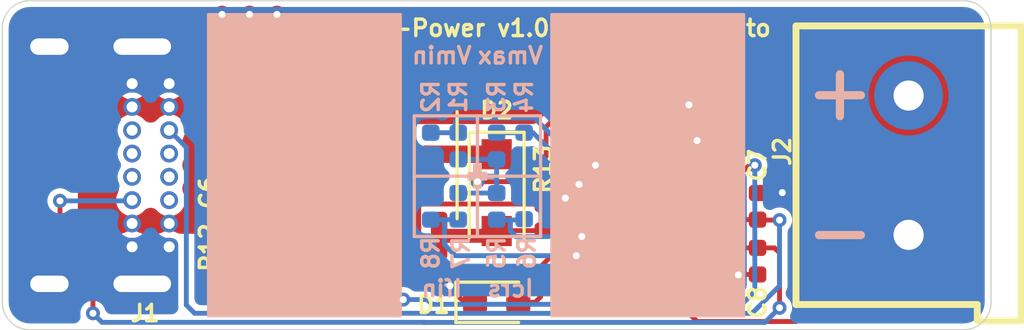
<source format=kicad_pcb>
(kicad_pcb (version 20171130) (host pcbnew 5.1.5-52549c5~84~ubuntu18.04.1)

  (general
    (thickness 1.6)
    (drawings 33)
    (tracks 202)
    (zones 0)
    (modules 27)
    (nets 18)
  )

  (page A4)
  (title_block
    (title USB-C-Power)
    (date 2020-03-08)
    (rev 1.0)
    (company alvarop.com)
  )

  (layers
    (0 F.Cu signal)
    (31 B.Cu signal)
    (32 B.Adhes user)
    (33 F.Adhes user)
    (34 B.Paste user)
    (35 F.Paste user)
    (36 B.SilkS user)
    (37 F.SilkS user)
    (38 B.Mask user)
    (39 F.Mask user)
    (40 Dwgs.User user)
    (41 Cmts.User user)
    (42 Eco1.User user)
    (43 Eco2.User user)
    (44 Edge.Cuts user)
    (45 Margin user)
    (46 B.CrtYd user)
    (47 F.CrtYd user)
    (48 B.Fab user hide)
    (49 F.Fab user hide)
  )

  (setup
    (last_trace_width 0.1778)
    (user_trace_width 0.1778)
    (user_trace_width 0.508)
    (user_trace_width 0.635)
    (user_trace_width 1.016)
    (user_trace_width 1.27)
    (user_trace_width 2.54)
    (trace_clearance 0.1524)
    (zone_clearance 0.2032)
    (zone_45_only no)
    (trace_min 0.1524)
    (via_size 0.508)
    (via_drill 0.254)
    (via_min_size 0.508)
    (via_min_drill 0.254)
    (user_via 0.508 0.254)
    (uvia_size 0.508)
    (uvia_drill 0.254)
    (uvias_allowed no)
    (uvia_min_size 0.508)
    (uvia_min_drill 0.254)
    (edge_width 0.05)
    (segment_width 0.2)
    (pcb_text_width 0.3)
    (pcb_text_size 1.5 1.5)
    (mod_edge_width 0.12)
    (mod_text_size 1 1)
    (mod_text_width 0.15)
    (pad_size 1.524 1.524)
    (pad_drill 0.762)
    (pad_to_mask_clearance 0.0508)
    (solder_mask_min_width 0.1016)
    (aux_axis_origin 0 0)
    (visible_elements FFFFFF7F)
    (pcbplotparams
      (layerselection 0x010fc_ffffffff)
      (usegerberextensions false)
      (usegerberattributes false)
      (usegerberadvancedattributes false)
      (creategerberjobfile false)
      (excludeedgelayer true)
      (linewidth 0.100000)
      (plotframeref false)
      (viasonmask false)
      (mode 1)
      (useauxorigin false)
      (hpglpennumber 1)
      (hpglpenspeed 20)
      (hpglpendiameter 15.000000)
      (psnegative false)
      (psa4output false)
      (plotreference true)
      (plotvalue true)
      (plotinvisibletext false)
      (padsonsilk false)
      (subtractmaskfromsilk false)
      (outputformat 1)
      (mirror false)
      (drillshape 1)
      (scaleselection 1)
      (outputdirectory ""))
  )

  (net 0 "")
  (net 1 GND)
  (net 2 +3V3)
  (net 3 +1V8)
  (net 4 /VBUS_IN)
  (net 5 "Net-(C6-Pad2)")
  (net 6 /CC1)
  (net 7 /CC2)
  (net 8 "Net-(D1-Pad2)")
  (net 9 /FET_GATE)
  (net 10 /FET_SRC)
  (net 11 /DC_OUT)
  (net 12 /VBUS_MIN)
  (net 13 /VBUS_MAX)
  (net 14 /ISNK_COARSE)
  (net 15 /ISNK_FINE)
  (net 16 "Net-(R10-Pad1)")
  (net 17 /VBUS_FET_EN)

  (net_class Default "This is the default net class."
    (clearance 0.1524)
    (trace_width 0.1524)
    (via_dia 0.508)
    (via_drill 0.254)
    (uvia_dia 0.508)
    (uvia_drill 0.254)
    (diff_pair_width 0.1524)
    (diff_pair_gap 0.1524)
    (add_net +1V8)
    (add_net +3V3)
    (add_net /CC1)
    (add_net /CC2)
    (add_net /DC_OUT)
    (add_net /FET_GATE)
    (add_net /FET_SRC)
    (add_net /ISNK_COARSE)
    (add_net /ISNK_FINE)
    (add_net /VBUS_FET_EN)
    (add_net /VBUS_IN)
    (add_net /VBUS_MAX)
    (add_net /VBUS_MIN)
    (add_net GND)
    (add_net "Net-(C6-Pad2)")
    (add_net "Net-(D1-Pad2)")
    (add_net "Net-(R10-Pad1)")
  )

  (module Resistor_SMD:R_0402_1005Metric (layer F.Cu) (tedit 5B301BBD) (tstamp 5E65DAB0)
    (at 114.7 101.9 270)
    (descr "Resistor SMD 0402 (1005 Metric), square (rectangular) end terminal, IPC_7351 nominal, (Body size source: http://www.tortai-tech.com/upload/download/2011102023233369053.pdf), generated with kicad-footprint-generator")
    (tags resistor)
    (path /5E66B6E3)
    (attr smd)
    (fp_text reference R13 (at -1.75 0 90) (layer F.SilkS)
      (effects (font (size 0.6 0.6) (thickness 0.125)))
    )
    (fp_text value 49.9k (at 0 1.17 90) (layer F.Fab)
      (effects (font (size 0.6 0.6) (thickness 0.125)))
    )
    (fp_text user %R (at 0 0 90) (layer F.Fab)
      (effects (font (size 0.25 0.25) (thickness 0.04)))
    )
    (fp_line (start 0.93 0.47) (end -0.93 0.47) (layer F.CrtYd) (width 0.05))
    (fp_line (start 0.93 -0.47) (end 0.93 0.47) (layer F.CrtYd) (width 0.05))
    (fp_line (start -0.93 -0.47) (end 0.93 -0.47) (layer F.CrtYd) (width 0.05))
    (fp_line (start -0.93 0.47) (end -0.93 -0.47) (layer F.CrtYd) (width 0.05))
    (fp_line (start 0.5 0.25) (end -0.5 0.25) (layer F.Fab) (width 0.1))
    (fp_line (start 0.5 -0.25) (end 0.5 0.25) (layer F.Fab) (width 0.1))
    (fp_line (start -0.5 -0.25) (end 0.5 -0.25) (layer F.Fab) (width 0.1))
    (fp_line (start -0.5 0.25) (end -0.5 -0.25) (layer F.Fab) (width 0.1))
    (pad 2 smd roundrect (at 0.485 0 270) (size 0.59 0.64) (layers F.Cu F.Paste F.Mask) (roundrect_rratio 0.25)
      (net 9 /FET_GATE))
    (pad 1 smd roundrect (at -0.485 0 270) (size 0.59 0.64) (layers F.Cu F.Paste F.Mask) (roundrect_rratio 0.25)
      (net 10 /FET_SRC))
    (model ${KISYS3DMOD}/Resistor_SMD.3dshapes/R_0402_1005Metric.wrl
      (at (xyz 0 0 0))
      (scale (xyz 1 1 1))
      (rotate (xyz 0 0 0))
    )
  )

  (module Resistor_SMD:R_0402_1005Metric (layer B.Cu) (tedit 5B301BBD) (tstamp 5E65F618)
    (at 111.6 99.3 90)
    (descr "Resistor SMD 0402 (1005 Metric), square (rectangular) end terminal, IPC_7351 nominal, (Body size source: http://www.tortai-tech.com/upload/download/2011102023233369053.pdf), generated with kicad-footprint-generator")
    (tags resistor)
    (path /5E71367F)
    (attr smd)
    (fp_text reference R1 (at 1.8 0 90) (layer B.SilkS)
      (effects (font (size 0.6 0.6) (thickness 0.125)) (justify mirror))
    )
    (fp_text value 0 (at 0 -1.17 90) (layer B.Fab)
      (effects (font (size 0.6 0.6) (thickness 0.125)) (justify mirror))
    )
    (fp_text user %R (at 0 0 90) (layer B.Fab)
      (effects (font (size 0.25 0.25) (thickness 0.04)) (justify mirror))
    )
    (fp_line (start 0.93 -0.47) (end -0.93 -0.47) (layer B.CrtYd) (width 0.05))
    (fp_line (start 0.93 0.47) (end 0.93 -0.47) (layer B.CrtYd) (width 0.05))
    (fp_line (start -0.93 0.47) (end 0.93 0.47) (layer B.CrtYd) (width 0.05))
    (fp_line (start -0.93 -0.47) (end -0.93 0.47) (layer B.CrtYd) (width 0.05))
    (fp_line (start 0.5 -0.25) (end -0.5 -0.25) (layer B.Fab) (width 0.1))
    (fp_line (start 0.5 0.25) (end 0.5 -0.25) (layer B.Fab) (width 0.1))
    (fp_line (start -0.5 0.25) (end 0.5 0.25) (layer B.Fab) (width 0.1))
    (fp_line (start -0.5 -0.25) (end -0.5 0.25) (layer B.Fab) (width 0.1))
    (pad 2 smd roundrect (at 0.485 0 90) (size 0.59 0.64) (layers B.Cu B.Paste B.Mask) (roundrect_rratio 0.25)
      (net 12 /VBUS_MIN))
    (pad 1 smd roundrect (at -0.485 0 90) (size 0.59 0.64) (layers B.Cu B.Paste B.Mask) (roundrect_rratio 0.25)
      (net 2 +3V3))
    (model ${KISYS3DMOD}/Resistor_SMD.3dshapes/R_0402_1005Metric.wrl
      (at (xyz 0 0 0))
      (scale (xyz 1 1 1))
      (rotate (xyz 0 0 0))
    )
  )

  (module Resistor_SMD:R_0402_1005Metric (layer B.Cu) (tedit 5B301BBD) (tstamp 5E65F4F2)
    (at 110.6 99.3 270)
    (descr "Resistor SMD 0402 (1005 Metric), square (rectangular) end terminal, IPC_7351 nominal, (Body size source: http://www.tortai-tech.com/upload/download/2011102023233369053.pdf), generated with kicad-footprint-generator")
    (tags resistor)
    (path /5E721155)
    (attr smd)
    (fp_text reference R2 (at -1.8 0 90) (layer B.SilkS)
      (effects (font (size 0.6 0.6) (thickness 0.125)) (justify mirror))
    )
    (fp_text value DNP (at 0 -1.17 90) (layer B.Fab)
      (effects (font (size 0.6 0.6) (thickness 0.125)) (justify mirror))
    )
    (fp_text user %R (at 0 0 90) (layer B.Fab)
      (effects (font (size 0.25 0.25) (thickness 0.04)) (justify mirror))
    )
    (fp_line (start 0.93 -0.47) (end -0.93 -0.47) (layer B.CrtYd) (width 0.05))
    (fp_line (start 0.93 0.47) (end 0.93 -0.47) (layer B.CrtYd) (width 0.05))
    (fp_line (start -0.93 0.47) (end 0.93 0.47) (layer B.CrtYd) (width 0.05))
    (fp_line (start -0.93 -0.47) (end -0.93 0.47) (layer B.CrtYd) (width 0.05))
    (fp_line (start 0.5 -0.25) (end -0.5 -0.25) (layer B.Fab) (width 0.1))
    (fp_line (start 0.5 0.25) (end 0.5 -0.25) (layer B.Fab) (width 0.1))
    (fp_line (start -0.5 0.25) (end 0.5 0.25) (layer B.Fab) (width 0.1))
    (fp_line (start -0.5 -0.25) (end -0.5 0.25) (layer B.Fab) (width 0.1))
    (pad 2 smd roundrect (at 0.485 0 270) (size 0.59 0.64) (layers B.Cu B.Paste B.Mask) (roundrect_rratio 0.25)
      (net 1 GND))
    (pad 1 smd roundrect (at -0.485 0 270) (size 0.59 0.64) (layers B.Cu B.Paste B.Mask) (roundrect_rratio 0.25)
      (net 12 /VBUS_MIN))
    (model ${KISYS3DMOD}/Resistor_SMD.3dshapes/R_0402_1005Metric.wrl
      (at (xyz 0 0 0))
      (scale (xyz 1 1 1))
      (rotate (xyz 0 0 0))
    )
  )

  (module Package_DFN_QFN:QFN-24-1EP_4x4mm_P0.5mm_EP2.8x2.8mm (layer F.Cu) (tedit 5C4B706E) (tstamp 5E65C4FC)
    (at 119 102)
    (descr "QFN, 24 Pin (https://www.analog.com/media/en/technical-documentation/data-sheets/hmc431.pdf), generated with kicad-footprint-generator ipc_noLead_generator.py")
    (tags "QFN NoLead")
    (path /5E653FF5)
    (attr smd)
    (fp_text reference U1 (at 2 -3.5) (layer F.SilkS)
      (effects (font (size 0.6 0.6) (thickness 0.125)))
    )
    (fp_text value CYPD3177 (at 0 3.32) (layer F.Fab)
      (effects (font (size 0.6 0.6) (thickness 0.125)))
    )
    (fp_text user %R (at 0 0) (layer F.Fab)
      (effects (font (size 0.6 0.6) (thickness 0.125)))
    )
    (fp_line (start 2.62 -2.62) (end -2.62 -2.62) (layer F.CrtYd) (width 0.05))
    (fp_line (start 2.62 2.62) (end 2.62 -2.62) (layer F.CrtYd) (width 0.05))
    (fp_line (start -2.62 2.62) (end 2.62 2.62) (layer F.CrtYd) (width 0.05))
    (fp_line (start -2.62 -2.62) (end -2.62 2.62) (layer F.CrtYd) (width 0.05))
    (fp_line (start -2 -1) (end -1 -2) (layer F.Fab) (width 0.1))
    (fp_line (start -2 2) (end -2 -1) (layer F.Fab) (width 0.1))
    (fp_line (start 2 2) (end -2 2) (layer F.Fab) (width 0.1))
    (fp_line (start 2 -2) (end 2 2) (layer F.Fab) (width 0.1))
    (fp_line (start -1 -2) (end 2 -2) (layer F.Fab) (width 0.1))
    (fp_line (start -1.635 -2.11) (end -2.11 -2.11) (layer F.SilkS) (width 0.12))
    (fp_line (start 2.11 2.11) (end 2.11 1.635) (layer F.SilkS) (width 0.12))
    (fp_line (start 1.635 2.11) (end 2.11 2.11) (layer F.SilkS) (width 0.12))
    (fp_line (start -2.11 2.11) (end -2.11 1.635) (layer F.SilkS) (width 0.12))
    (fp_line (start -1.635 2.11) (end -2.11 2.11) (layer F.SilkS) (width 0.12))
    (fp_line (start 2.11 -2.11) (end 2.11 -1.635) (layer F.SilkS) (width 0.12))
    (fp_line (start 1.635 -2.11) (end 2.11 -2.11) (layer F.SilkS) (width 0.12))
    (pad 24 smd roundrect (at -1.25 -1.9875) (size 0.25 0.775) (layers F.Cu F.Paste F.Mask) (roundrect_rratio 0.25)
      (net 3 +1V8))
    (pad 23 smd roundrect (at -0.75 -1.9875) (size 0.25 0.775) (layers F.Cu F.Paste F.Mask) (roundrect_rratio 0.25)
      (net 2 +3V3))
    (pad 22 smd roundrect (at -0.25 -1.9875) (size 0.25 0.775) (layers F.Cu F.Paste F.Mask) (roundrect_rratio 0.25)
      (net 1 GND))
    (pad 21 smd roundrect (at 0.25 -1.9875) (size 0.25 0.775) (layers F.Cu F.Paste F.Mask) (roundrect_rratio 0.25))
    (pad 20 smd roundrect (at 0.75 -1.9875) (size 0.25 0.775) (layers F.Cu F.Paste F.Mask) (roundrect_rratio 0.25))
    (pad 19 smd roundrect (at 1.25 -1.9875) (size 0.25 0.775) (layers F.Cu F.Paste F.Mask) (roundrect_rratio 0.25)
      (net 1 GND))
    (pad 18 smd roundrect (at 1.9875 -1.25) (size 0.775 0.25) (layers F.Cu F.Paste F.Mask) (roundrect_rratio 0.25)
      (net 4 /VBUS_IN))
    (pad 17 smd roundrect (at 1.9875 -0.75) (size 0.775 0.25) (layers F.Cu F.Paste F.Mask) (roundrect_rratio 0.25))
    (pad 16 smd roundrect (at 1.9875 -0.25) (size 0.775 0.25) (layers F.Cu F.Paste F.Mask) (roundrect_rratio 0.25))
    (pad 15 smd roundrect (at 1.9875 0.25) (size 0.775 0.25) (layers F.Cu F.Paste F.Mask) (roundrect_rratio 0.25)
      (net 6 /CC1))
    (pad 14 smd roundrect (at 1.9875 0.75) (size 0.775 0.25) (layers F.Cu F.Paste F.Mask) (roundrect_rratio 0.25)
      (net 7 /CC2))
    (pad 13 smd roundrect (at 1.9875 1.25) (size 0.775 0.25) (layers F.Cu F.Paste F.Mask) (roundrect_rratio 0.25))
    (pad 12 smd roundrect (at 1.25 1.9875) (size 0.25 0.775) (layers F.Cu F.Paste F.Mask) (roundrect_rratio 0.25))
    (pad 11 smd roundrect (at 0.75 1.9875) (size 0.25 0.775) (layers F.Cu F.Paste F.Mask) (roundrect_rratio 0.25)
      (net 11 /DC_OUT))
    (pad 10 smd roundrect (at 0.25 1.9875) (size 0.25 0.775) (layers F.Cu F.Paste F.Mask) (roundrect_rratio 0.25))
    (pad 9 smd roundrect (at -0.25 1.9875) (size 0.25 0.775) (layers F.Cu F.Paste F.Mask) (roundrect_rratio 0.25)
      (net 16 "Net-(R10-Pad1)"))
    (pad 8 smd roundrect (at -0.75 1.9875) (size 0.25 0.775) (layers F.Cu F.Paste F.Mask) (roundrect_rratio 0.25))
    (pad 7 smd roundrect (at -1.25 1.9875) (size 0.25 0.775) (layers F.Cu F.Paste F.Mask) (roundrect_rratio 0.25))
    (pad 6 smd roundrect (at -1.9875 1.25) (size 0.775 0.25) (layers F.Cu F.Paste F.Mask) (roundrect_rratio 0.25)
      (net 15 /ISNK_FINE))
    (pad 5 smd roundrect (at -1.9875 0.75) (size 0.775 0.25) (layers F.Cu F.Paste F.Mask) (roundrect_rratio 0.25)
      (net 14 /ISNK_COARSE))
    (pad 4 smd roundrect (at -1.9875 0.25) (size 0.775 0.25) (layers F.Cu F.Paste F.Mask) (roundrect_rratio 0.25))
    (pad 3 smd roundrect (at -1.9875 -0.25) (size 0.775 0.25) (layers F.Cu F.Paste F.Mask) (roundrect_rratio 0.25)
      (net 17 /VBUS_FET_EN))
    (pad 2 smd roundrect (at -1.9875 -0.75) (size 0.775 0.25) (layers F.Cu F.Paste F.Mask) (roundrect_rratio 0.25)
      (net 13 /VBUS_MAX))
    (pad 1 smd roundrect (at -1.9875 -1.25) (size 0.775 0.25) (layers F.Cu F.Paste F.Mask) (roundrect_rratio 0.25)
      (net 12 /VBUS_MIN))
    (pad "" smd roundrect (at 0.7 0.7) (size 1.13 1.13) (layers F.Paste) (roundrect_rratio 0.221239))
    (pad "" smd roundrect (at 0.7 -0.7) (size 1.13 1.13) (layers F.Paste) (roundrect_rratio 0.221239))
    (pad "" smd roundrect (at -0.7 0.7) (size 1.13 1.13) (layers F.Paste) (roundrect_rratio 0.221239))
    (pad "" smd roundrect (at -0.7 -0.7) (size 1.13 1.13) (layers F.Paste) (roundrect_rratio 0.221239))
    (pad 25 smd roundrect (at 0 0) (size 2.8 2.8) (layers F.Cu F.Mask) (roundrect_rratio 0.089286)
      (net 1 GND))
    (model ${KISYS3DMOD}/Package_DFN_QFN.3dshapes/QFN-24-1EP_4x4mm_P0.5mm_EP2.8x2.8mm.wrl
      (at (xyz 0 0 0))
      (scale (xyz 1 1 1))
      (rotate (xyz 0 0 0))
    )
  )

  (module Resistor_SMD:R_0402_1005Metric (layer F.Cu) (tedit 5B301BBD) (tstamp 5E65C4BB)
    (at 103.5 103 270)
    (descr "Resistor SMD 0402 (1005 Metric), square (rectangular) end terminal, IPC_7351 nominal, (Body size source: http://www.tortai-tech.com/upload/download/2011102023233369053.pdf), generated with kicad-footprint-generator")
    (tags resistor)
    (path /5E66B2C3)
    (attr smd)
    (fp_text reference R12 (at 0 1 90) (layer F.SilkS)
      (effects (font (size 0.6 0.6) (thickness 0.125)))
    )
    (fp_text value 1k (at 0 1.17 90) (layer F.Fab)
      (effects (font (size 0.6 0.6) (thickness 0.125)))
    )
    (fp_text user %R (at 0 0 90) (layer F.Fab)
      (effects (font (size 0.25 0.25) (thickness 0.04)))
    )
    (fp_line (start 0.93 0.47) (end -0.93 0.47) (layer F.CrtYd) (width 0.05))
    (fp_line (start 0.93 -0.47) (end 0.93 0.47) (layer F.CrtYd) (width 0.05))
    (fp_line (start -0.93 -0.47) (end 0.93 -0.47) (layer F.CrtYd) (width 0.05))
    (fp_line (start -0.93 0.47) (end -0.93 -0.47) (layer F.CrtYd) (width 0.05))
    (fp_line (start 0.5 0.25) (end -0.5 0.25) (layer F.Fab) (width 0.1))
    (fp_line (start 0.5 -0.25) (end 0.5 0.25) (layer F.Fab) (width 0.1))
    (fp_line (start -0.5 -0.25) (end 0.5 -0.25) (layer F.Fab) (width 0.1))
    (fp_line (start -0.5 0.25) (end -0.5 -0.25) (layer F.Fab) (width 0.1))
    (pad 2 smd roundrect (at 0.485 0 270) (size 0.59 0.64) (layers F.Cu F.Paste F.Mask) (roundrect_rratio 0.25)
      (net 17 /VBUS_FET_EN))
    (pad 1 smd roundrect (at -0.485 0 270) (size 0.59 0.64) (layers F.Cu F.Paste F.Mask) (roundrect_rratio 0.25)
      (net 5 "Net-(C6-Pad2)"))
    (model ${KISYS3DMOD}/Resistor_SMD.3dshapes/R_0402_1005Metric.wrl
      (at (xyz 0 0 0))
      (scale (xyz 1 1 1))
      (rotate (xyz 0 0 0))
    )
  )

  (module Resistor_SMD:R_0402_1005Metric (layer F.Cu) (tedit 5B301BBD) (tstamp 5E65C4AC)
    (at 104.5 103 90)
    (descr "Resistor SMD 0402 (1005 Metric), square (rectangular) end terminal, IPC_7351 nominal, (Body size source: http://www.tortai-tech.com/upload/download/2011102023233369053.pdf), generated with kicad-footprint-generator")
    (tags resistor)
    (path /5E676ED7)
    (attr smd)
    (fp_text reference R11 (at 0 1 270) (layer F.SilkS)
      (effects (font (size 0.6 0.6) (thickness 0.125)))
    )
    (fp_text value 0 (at 0 1.17 90) (layer F.Fab)
      (effects (font (size 0.6 0.6) (thickness 0.125)))
    )
    (fp_text user %R (at 0 0 90) (layer F.Fab)
      (effects (font (size 0.25 0.25) (thickness 0.04)))
    )
    (fp_line (start 0.93 0.47) (end -0.93 0.47) (layer F.CrtYd) (width 0.05))
    (fp_line (start 0.93 -0.47) (end 0.93 0.47) (layer F.CrtYd) (width 0.05))
    (fp_line (start -0.93 -0.47) (end 0.93 -0.47) (layer F.CrtYd) (width 0.05))
    (fp_line (start -0.93 0.47) (end -0.93 -0.47) (layer F.CrtYd) (width 0.05))
    (fp_line (start 0.5 0.25) (end -0.5 0.25) (layer F.Fab) (width 0.1))
    (fp_line (start 0.5 -0.25) (end 0.5 0.25) (layer F.Fab) (width 0.1))
    (fp_line (start -0.5 -0.25) (end 0.5 -0.25) (layer F.Fab) (width 0.1))
    (fp_line (start -0.5 0.25) (end -0.5 -0.25) (layer F.Fab) (width 0.1))
    (pad 2 smd roundrect (at 0.485 0 90) (size 0.59 0.64) (layers F.Cu F.Paste F.Mask) (roundrect_rratio 0.25)
      (net 5 "Net-(C6-Pad2)"))
    (pad 1 smd roundrect (at -0.485 0 90) (size 0.59 0.64) (layers F.Cu F.Paste F.Mask) (roundrect_rratio 0.25)
      (net 9 /FET_GATE))
    (model ${KISYS3DMOD}/Resistor_SMD.3dshapes/R_0402_1005Metric.wrl
      (at (xyz 0 0 0))
      (scale (xyz 1 1 1))
      (rotate (xyz 0 0 0))
    )
  )

  (module Resistor_SMD:R_0402_1005Metric (layer F.Cu) (tedit 5B301BBD) (tstamp 5E65C49D)
    (at 115.5 104.5 90)
    (descr "Resistor SMD 0402 (1005 Metric), square (rectangular) end terminal, IPC_7351 nominal, (Body size source: http://www.tortai-tech.com/upload/download/2011102023233369053.pdf), generated with kicad-footprint-generator")
    (tags resistor)
    (path /5E6ECFE2)
    (attr smd)
    (fp_text reference R10 (at 0 0.9 90) (layer F.SilkS)
      (effects (font (size 0.6 0.6) (thickness 0.125)))
    )
    (fp_text value 10k (at 0 1.17 90) (layer F.Fab)
      (effects (font (size 0.6 0.6) (thickness 0.125)))
    )
    (fp_text user %R (at 0 0 90) (layer F.Fab)
      (effects (font (size 0.25 0.25) (thickness 0.04)))
    )
    (fp_line (start 0.93 0.47) (end -0.93 0.47) (layer F.CrtYd) (width 0.05))
    (fp_line (start 0.93 -0.47) (end 0.93 0.47) (layer F.CrtYd) (width 0.05))
    (fp_line (start -0.93 -0.47) (end 0.93 -0.47) (layer F.CrtYd) (width 0.05))
    (fp_line (start -0.93 0.47) (end -0.93 -0.47) (layer F.CrtYd) (width 0.05))
    (fp_line (start 0.5 0.25) (end -0.5 0.25) (layer F.Fab) (width 0.1))
    (fp_line (start 0.5 -0.25) (end 0.5 0.25) (layer F.Fab) (width 0.1))
    (fp_line (start -0.5 -0.25) (end 0.5 -0.25) (layer F.Fab) (width 0.1))
    (fp_line (start -0.5 0.25) (end -0.5 -0.25) (layer F.Fab) (width 0.1))
    (pad 2 smd roundrect (at 0.485 0 90) (size 0.59 0.64) (layers F.Cu F.Paste F.Mask) (roundrect_rratio 0.25)
      (net 8 "Net-(D1-Pad2)"))
    (pad 1 smd roundrect (at -0.485 0 90) (size 0.59 0.64) (layers F.Cu F.Paste F.Mask) (roundrect_rratio 0.25)
      (net 16 "Net-(R10-Pad1)"))
    (model ${KISYS3DMOD}/Resistor_SMD.3dshapes/R_0402_1005Metric.wrl
      (at (xyz 0 0 0))
      (scale (xyz 1 1 1))
      (rotate (xyz 0 0 0))
    )
  )

  (module Resistor_SMD:R_0402_1005Metric (layer F.Cu) (tedit 5B301BBD) (tstamp 5E65C48E)
    (at 104.5 101 270)
    (descr "Resistor SMD 0402 (1005 Metric), square (rectangular) end terminal, IPC_7351 nominal, (Body size source: http://www.tortai-tech.com/upload/download/2011102023233369053.pdf), generated with kicad-footprint-generator")
    (tags resistor)
    (path /5E669F4B)
    (attr smd)
    (fp_text reference R9 (at 0 -1 270) (layer F.SilkS)
      (effects (font (size 0.6 0.6) (thickness 0.125)))
    )
    (fp_text value 10k (at 0 1.17 90) (layer F.Fab)
      (effects (font (size 0.6 0.6) (thickness 0.125)))
    )
    (fp_text user %R (at 0 0 90) (layer F.Fab)
      (effects (font (size 0.25 0.25) (thickness 0.04)))
    )
    (fp_line (start 0.93 0.47) (end -0.93 0.47) (layer F.CrtYd) (width 0.05))
    (fp_line (start 0.93 -0.47) (end 0.93 0.47) (layer F.CrtYd) (width 0.05))
    (fp_line (start -0.93 -0.47) (end 0.93 -0.47) (layer F.CrtYd) (width 0.05))
    (fp_line (start -0.93 0.47) (end -0.93 -0.47) (layer F.CrtYd) (width 0.05))
    (fp_line (start 0.5 0.25) (end -0.5 0.25) (layer F.Fab) (width 0.1))
    (fp_line (start 0.5 -0.25) (end 0.5 0.25) (layer F.Fab) (width 0.1))
    (fp_line (start -0.5 -0.25) (end 0.5 -0.25) (layer F.Fab) (width 0.1))
    (fp_line (start -0.5 0.25) (end -0.5 -0.25) (layer F.Fab) (width 0.1))
    (pad 2 smd roundrect (at 0.485 0 270) (size 0.59 0.64) (layers F.Cu F.Paste F.Mask) (roundrect_rratio 0.25)
      (net 5 "Net-(C6-Pad2)"))
    (pad 1 smd roundrect (at -0.485 0 270) (size 0.59 0.64) (layers F.Cu F.Paste F.Mask) (roundrect_rratio 0.25)
      (net 4 /VBUS_IN))
    (model ${KISYS3DMOD}/Resistor_SMD.3dshapes/R_0402_1005Metric.wrl
      (at (xyz 0 0 0))
      (scale (xyz 1 1 1))
      (rotate (xyz 0 0 0))
    )
  )

  (module Resistor_SMD:R_0402_1005Metric (layer B.Cu) (tedit 5B301BBD) (tstamp 5E65F5EE)
    (at 110.6 101.5 90)
    (descr "Resistor SMD 0402 (1005 Metric), square (rectangular) end terminal, IPC_7351 nominal, (Body size source: http://www.tortai-tech.com/upload/download/2011102023233369053.pdf), generated with kicad-footprint-generator")
    (tags resistor)
    (path /5E73E90F)
    (attr smd)
    (fp_text reference R8 (at -1.7 0 270) (layer B.SilkS)
      (effects (font (size 0.6 0.6) (thickness 0.125)) (justify mirror))
    )
    (fp_text value 0 (at 0 -1.17 90) (layer B.Fab)
      (effects (font (size 0.6 0.6) (thickness 0.125)) (justify mirror))
    )
    (fp_text user %R (at 0 0 90) (layer B.Fab)
      (effects (font (size 0.25 0.25) (thickness 0.04)) (justify mirror))
    )
    (fp_line (start 0.93 -0.47) (end -0.93 -0.47) (layer B.CrtYd) (width 0.05))
    (fp_line (start 0.93 0.47) (end 0.93 -0.47) (layer B.CrtYd) (width 0.05))
    (fp_line (start -0.93 0.47) (end 0.93 0.47) (layer B.CrtYd) (width 0.05))
    (fp_line (start -0.93 -0.47) (end -0.93 0.47) (layer B.CrtYd) (width 0.05))
    (fp_line (start 0.5 -0.25) (end -0.5 -0.25) (layer B.Fab) (width 0.1))
    (fp_line (start 0.5 0.25) (end 0.5 -0.25) (layer B.Fab) (width 0.1))
    (fp_line (start -0.5 0.25) (end 0.5 0.25) (layer B.Fab) (width 0.1))
    (fp_line (start -0.5 -0.25) (end -0.5 0.25) (layer B.Fab) (width 0.1))
    (pad 2 smd roundrect (at 0.485 0 90) (size 0.59 0.64) (layers B.Cu B.Paste B.Mask) (roundrect_rratio 0.25)
      (net 1 GND))
    (pad 1 smd roundrect (at -0.485 0 90) (size 0.59 0.64) (layers B.Cu B.Paste B.Mask) (roundrect_rratio 0.25)
      (net 15 /ISNK_FINE))
    (model ${KISYS3DMOD}/Resistor_SMD.3dshapes/R_0402_1005Metric.wrl
      (at (xyz 0 0 0))
      (scale (xyz 1 1 1))
      (rotate (xyz 0 0 0))
    )
  )

  (module Resistor_SMD:R_0402_1005Metric (layer B.Cu) (tedit 5B301BBD) (tstamp 5E65F570)
    (at 111.6 101.5 270)
    (descr "Resistor SMD 0402 (1005 Metric), square (rectangular) end terminal, IPC_7351 nominal, (Body size source: http://www.tortai-tech.com/upload/download/2011102023233369053.pdf), generated with kicad-footprint-generator")
    (tags resistor)
    (path /5E73E905)
    (attr smd)
    (fp_text reference R7 (at 1.7 -0.1 90) (layer B.SilkS)
      (effects (font (size 0.6 0.6) (thickness 0.125)) (justify mirror))
    )
    (fp_text value DNP (at 0 -1.17 90) (layer B.Fab)
      (effects (font (size 0.6 0.6) (thickness 0.125)) (justify mirror))
    )
    (fp_text user %R (at 0 0 90) (layer B.Fab)
      (effects (font (size 0.25 0.25) (thickness 0.04)) (justify mirror))
    )
    (fp_line (start 0.93 -0.47) (end -0.93 -0.47) (layer B.CrtYd) (width 0.05))
    (fp_line (start 0.93 0.47) (end 0.93 -0.47) (layer B.CrtYd) (width 0.05))
    (fp_line (start -0.93 0.47) (end 0.93 0.47) (layer B.CrtYd) (width 0.05))
    (fp_line (start -0.93 -0.47) (end -0.93 0.47) (layer B.CrtYd) (width 0.05))
    (fp_line (start 0.5 -0.25) (end -0.5 -0.25) (layer B.Fab) (width 0.1))
    (fp_line (start 0.5 0.25) (end 0.5 -0.25) (layer B.Fab) (width 0.1))
    (fp_line (start -0.5 0.25) (end 0.5 0.25) (layer B.Fab) (width 0.1))
    (fp_line (start -0.5 -0.25) (end -0.5 0.25) (layer B.Fab) (width 0.1))
    (pad 2 smd roundrect (at 0.485 0 270) (size 0.59 0.64) (layers B.Cu B.Paste B.Mask) (roundrect_rratio 0.25)
      (net 15 /ISNK_FINE))
    (pad 1 smd roundrect (at -0.485 0 270) (size 0.59 0.64) (layers B.Cu B.Paste B.Mask) (roundrect_rratio 0.25)
      (net 2 +3V3))
    (model ${KISYS3DMOD}/Resistor_SMD.3dshapes/R_0402_1005Metric.wrl
      (at (xyz 0 0 0))
      (scale (xyz 1 1 1))
      (rotate (xyz 0 0 0))
    )
  )

  (module Resistor_SMD:R_0402_1005Metric (layer B.Cu) (tedit 5B301BBD) (tstamp 5E65F5C4)
    (at 114 101.485 90)
    (descr "Resistor SMD 0402 (1005 Metric), square (rectangular) end terminal, IPC_7351 nominal, (Body size source: http://www.tortai-tech.com/upload/download/2011102023233369053.pdf), generated with kicad-footprint-generator")
    (tags resistor)
    (path /5E737943)
    (attr smd)
    (fp_text reference R6 (at -1.715 0.1 90) (layer B.SilkS)
      (effects (font (size 0.6 0.6) (thickness 0.125)) (justify mirror))
    )
    (fp_text value 5.1k (at 0 -1.17 90) (layer B.Fab)
      (effects (font (size 0.6 0.6) (thickness 0.125)) (justify mirror))
    )
    (fp_text user %R (at 0 0 90) (layer B.Fab)
      (effects (font (size 0.25 0.25) (thickness 0.04)) (justify mirror))
    )
    (fp_line (start 0.93 -0.47) (end -0.93 -0.47) (layer B.CrtYd) (width 0.05))
    (fp_line (start 0.93 0.47) (end 0.93 -0.47) (layer B.CrtYd) (width 0.05))
    (fp_line (start -0.93 0.47) (end 0.93 0.47) (layer B.CrtYd) (width 0.05))
    (fp_line (start -0.93 -0.47) (end -0.93 0.47) (layer B.CrtYd) (width 0.05))
    (fp_line (start 0.5 -0.25) (end -0.5 -0.25) (layer B.Fab) (width 0.1))
    (fp_line (start 0.5 0.25) (end 0.5 -0.25) (layer B.Fab) (width 0.1))
    (fp_line (start -0.5 0.25) (end 0.5 0.25) (layer B.Fab) (width 0.1))
    (fp_line (start -0.5 -0.25) (end -0.5 0.25) (layer B.Fab) (width 0.1))
    (pad 2 smd roundrect (at 0.485 0 90) (size 0.59 0.64) (layers B.Cu B.Paste B.Mask) (roundrect_rratio 0.25)
      (net 1 GND))
    (pad 1 smd roundrect (at -0.485 0 90) (size 0.59 0.64) (layers B.Cu B.Paste B.Mask) (roundrect_rratio 0.25)
      (net 14 /ISNK_COARSE))
    (model ${KISYS3DMOD}/Resistor_SMD.3dshapes/R_0402_1005Metric.wrl
      (at (xyz 0 0 0))
      (scale (xyz 1 1 1))
      (rotate (xyz 0 0 0))
    )
  )

  (module Resistor_SMD:R_0402_1005Metric (layer B.Cu) (tedit 5B301BBD) (tstamp 5E65F51C)
    (at 113 101.5 270)
    (descr "Resistor SMD 0402 (1005 Metric), square (rectangular) end terminal, IPC_7351 nominal, (Body size source: http://www.tortai-tech.com/upload/download/2011102023233369053.pdf), generated with kicad-footprint-generator")
    (tags resistor)
    (path /5E737939)
    (attr smd)
    (fp_text reference R5 (at 1.7 0 90) (layer B.SilkS)
      (effects (font (size 0.6 0.6) (thickness 0.125)) (justify mirror))
    )
    (fp_text value 5.1k (at 0 -1.17 90) (layer B.Fab)
      (effects (font (size 0.6 0.6) (thickness 0.125)) (justify mirror))
    )
    (fp_text user %R (at 0 0 90) (layer B.Fab)
      (effects (font (size 0.25 0.25) (thickness 0.04)) (justify mirror))
    )
    (fp_line (start 0.93 -0.47) (end -0.93 -0.47) (layer B.CrtYd) (width 0.05))
    (fp_line (start 0.93 0.47) (end 0.93 -0.47) (layer B.CrtYd) (width 0.05))
    (fp_line (start -0.93 0.47) (end 0.93 0.47) (layer B.CrtYd) (width 0.05))
    (fp_line (start -0.93 -0.47) (end -0.93 0.47) (layer B.CrtYd) (width 0.05))
    (fp_line (start 0.5 -0.25) (end -0.5 -0.25) (layer B.Fab) (width 0.1))
    (fp_line (start 0.5 0.25) (end 0.5 -0.25) (layer B.Fab) (width 0.1))
    (fp_line (start -0.5 0.25) (end 0.5 0.25) (layer B.Fab) (width 0.1))
    (fp_line (start -0.5 -0.25) (end -0.5 0.25) (layer B.Fab) (width 0.1))
    (pad 2 smd roundrect (at 0.485 0 270) (size 0.59 0.64) (layers B.Cu B.Paste B.Mask) (roundrect_rratio 0.25)
      (net 14 /ISNK_COARSE))
    (pad 1 smd roundrect (at -0.485 0 270) (size 0.59 0.64) (layers B.Cu B.Paste B.Mask) (roundrect_rratio 0.25)
      (net 2 +3V3))
    (model ${KISYS3DMOD}/Resistor_SMD.3dshapes/R_0402_1005Metric.wrl
      (at (xyz 0 0 0))
      (scale (xyz 1 1 1))
      (rotate (xyz 0 0 0))
    )
  )

  (module Resistor_SMD:R_0402_1005Metric (layer B.Cu) (tedit 5B301BBD) (tstamp 5E65F546)
    (at 114 99.3 270)
    (descr "Resistor SMD 0402 (1005 Metric), square (rectangular) end terminal, IPC_7351 nominal, (Body size source: http://www.tortai-tech.com/upload/download/2011102023233369053.pdf), generated with kicad-footprint-generator")
    (tags resistor)
    (path /5E73E8E0)
    (attr smd)
    (fp_text reference R4 (at -1.8 0 90) (layer B.SilkS)
      (effects (font (size 0.6 0.6) (thickness 0.125)) (justify mirror))
    )
    (fp_text value DNP (at 0 -1.17 90) (layer B.Fab)
      (effects (font (size 0.6 0.6) (thickness 0.125)) (justify mirror))
    )
    (fp_text user %R (at 0 0 90) (layer B.Fab)
      (effects (font (size 0.25 0.25) (thickness 0.04)) (justify mirror))
    )
    (fp_line (start 0.93 -0.47) (end -0.93 -0.47) (layer B.CrtYd) (width 0.05))
    (fp_line (start 0.93 0.47) (end 0.93 -0.47) (layer B.CrtYd) (width 0.05))
    (fp_line (start -0.93 0.47) (end 0.93 0.47) (layer B.CrtYd) (width 0.05))
    (fp_line (start -0.93 -0.47) (end -0.93 0.47) (layer B.CrtYd) (width 0.05))
    (fp_line (start 0.5 -0.25) (end -0.5 -0.25) (layer B.Fab) (width 0.1))
    (fp_line (start 0.5 0.25) (end 0.5 -0.25) (layer B.Fab) (width 0.1))
    (fp_line (start -0.5 0.25) (end 0.5 0.25) (layer B.Fab) (width 0.1))
    (fp_line (start -0.5 -0.25) (end -0.5 0.25) (layer B.Fab) (width 0.1))
    (pad 2 smd roundrect (at 0.485 0 270) (size 0.59 0.64) (layers B.Cu B.Paste B.Mask) (roundrect_rratio 0.25)
      (net 1 GND))
    (pad 1 smd roundrect (at -0.485 0 270) (size 0.59 0.64) (layers B.Cu B.Paste B.Mask) (roundrect_rratio 0.25)
      (net 13 /VBUS_MAX))
    (model ${KISYS3DMOD}/Resistor_SMD.3dshapes/R_0402_1005Metric.wrl
      (at (xyz 0 0 0))
      (scale (xyz 1 1 1))
      (rotate (xyz 0 0 0))
    )
  )

  (module Resistor_SMD:R_0402_1005Metric (layer B.Cu) (tedit 5B301BBD) (tstamp 5E65F59A)
    (at 113 99.3 90)
    (descr "Resistor SMD 0402 (1005 Metric), square (rectangular) end terminal, IPC_7351 nominal, (Body size source: http://www.tortai-tech.com/upload/download/2011102023233369053.pdf), generated with kicad-footprint-generator")
    (tags resistor)
    (path /5E73E8D6)
    (attr smd)
    (fp_text reference R3 (at 1.8 0 90) (layer B.SilkS)
      (effects (font (size 0.6 0.6) (thickness 0.125)) (justify mirror))
    )
    (fp_text value 0 (at 0 -1.17 90) (layer B.Fab)
      (effects (font (size 0.6 0.6) (thickness 0.125)) (justify mirror))
    )
    (fp_text user %R (at 0 0 90) (layer B.Fab)
      (effects (font (size 0.25 0.25) (thickness 0.04)) (justify mirror))
    )
    (fp_line (start 0.93 -0.47) (end -0.93 -0.47) (layer B.CrtYd) (width 0.05))
    (fp_line (start 0.93 0.47) (end 0.93 -0.47) (layer B.CrtYd) (width 0.05))
    (fp_line (start -0.93 0.47) (end 0.93 0.47) (layer B.CrtYd) (width 0.05))
    (fp_line (start -0.93 -0.47) (end -0.93 0.47) (layer B.CrtYd) (width 0.05))
    (fp_line (start 0.5 -0.25) (end -0.5 -0.25) (layer B.Fab) (width 0.1))
    (fp_line (start 0.5 0.25) (end 0.5 -0.25) (layer B.Fab) (width 0.1))
    (fp_line (start -0.5 0.25) (end 0.5 0.25) (layer B.Fab) (width 0.1))
    (fp_line (start -0.5 -0.25) (end -0.5 0.25) (layer B.Fab) (width 0.1))
    (pad 2 smd roundrect (at 0.485 0 90) (size 0.59 0.64) (layers B.Cu B.Paste B.Mask) (roundrect_rratio 0.25)
      (net 13 /VBUS_MAX))
    (pad 1 smd roundrect (at -0.485 0 90) (size 0.59 0.64) (layers B.Cu B.Paste B.Mask) (roundrect_rratio 0.25)
      (net 2 +3V3))
    (model ${KISYS3DMOD}/Resistor_SMD.3dshapes/R_0402_1005Metric.wrl
      (at (xyz 0 0 0))
      (scale (xyz 1 1 1))
      (rotate (xyz 0 0 0))
    )
  )

  (module Package_SO:SO-8_3.9x4.9mm_P1.27mm (layer F.Cu) (tedit 5D9F72B1) (tstamp 5E65C866)
    (at 109 100 90)
    (descr "SO, 8 Pin (https://www.nxp.com/docs/en/data-sheet/PCF8523.pdf), generated with kicad-footprint-generator ipc_gullwing_generator.py")
    (tags "SO SO")
    (path /5E65D179)
    (attr smd)
    (fp_text reference Q1 (at -4.5 -2 180) (layer F.SilkS)
      (effects (font (size 0.6 0.6) (thickness 0.125)))
    )
    (fp_text value IRF9358TRPBF (at 0 3.4 90) (layer F.Fab)
      (effects (font (size 0.6 0.6) (thickness 0.125)))
    )
    (fp_text user %R (at 0 0 90) (layer F.Fab)
      (effects (font (size 0.98 0.98) (thickness 0.15)))
    )
    (fp_line (start 3.7 -2.7) (end -3.7 -2.7) (layer F.CrtYd) (width 0.05))
    (fp_line (start 3.7 2.7) (end 3.7 -2.7) (layer F.CrtYd) (width 0.05))
    (fp_line (start -3.7 2.7) (end 3.7 2.7) (layer F.CrtYd) (width 0.05))
    (fp_line (start -3.7 -2.7) (end -3.7 2.7) (layer F.CrtYd) (width 0.05))
    (fp_line (start -1.95 -1.475) (end -0.975 -2.45) (layer F.Fab) (width 0.1))
    (fp_line (start -1.95 2.45) (end -1.95 -1.475) (layer F.Fab) (width 0.1))
    (fp_line (start 1.95 2.45) (end -1.95 2.45) (layer F.Fab) (width 0.1))
    (fp_line (start 1.95 -2.45) (end 1.95 2.45) (layer F.Fab) (width 0.1))
    (fp_line (start -0.975 -2.45) (end 1.95 -2.45) (layer F.Fab) (width 0.1))
    (fp_line (start 0 -2.56) (end -3.45 -2.56) (layer F.SilkS) (width 0.12))
    (fp_line (start 0 -2.56) (end 1.95 -2.56) (layer F.SilkS) (width 0.12))
    (fp_line (start 0 2.56) (end -1.95 2.56) (layer F.SilkS) (width 0.12))
    (fp_line (start 0 2.56) (end 1.95 2.56) (layer F.SilkS) (width 0.12))
    (pad 8 smd roundrect (at 2.575 -1.905 90) (size 1.75 0.6) (layers F.Cu F.Paste F.Mask) (roundrect_rratio 0.25)
      (net 4 /VBUS_IN))
    (pad 7 smd roundrect (at 2.575 -0.635 90) (size 1.75 0.6) (layers F.Cu F.Paste F.Mask) (roundrect_rratio 0.25)
      (net 4 /VBUS_IN))
    (pad 6 smd roundrect (at 2.575 0.635 90) (size 1.75 0.6) (layers F.Cu F.Paste F.Mask) (roundrect_rratio 0.25)
      (net 11 /DC_OUT))
    (pad 5 smd roundrect (at 2.575 1.905 90) (size 1.75 0.6) (layers F.Cu F.Paste F.Mask) (roundrect_rratio 0.25)
      (net 11 /DC_OUT))
    (pad 4 smd roundrect (at -2.575 1.905 90) (size 1.75 0.6) (layers F.Cu F.Paste F.Mask) (roundrect_rratio 0.25)
      (net 9 /FET_GATE))
    (pad 3 smd roundrect (at -2.575 0.635 90) (size 1.75 0.6) (layers F.Cu F.Paste F.Mask) (roundrect_rratio 0.25)
      (net 10 /FET_SRC))
    (pad 2 smd roundrect (at -2.575 -0.635 90) (size 1.75 0.6) (layers F.Cu F.Paste F.Mask) (roundrect_rratio 0.25)
      (net 9 /FET_GATE))
    (pad 1 smd roundrect (at -2.575 -1.905 90) (size 1.75 0.6) (layers F.Cu F.Paste F.Mask) (roundrect_rratio 0.25)
      (net 10 /FET_SRC))
    (model ${KISYS3DMOD}/Package_SO.3dshapes/SO-8_3.9x4.9mm_P1.27mm.wrl
      (at (xyz 0 0 0))
      (scale (xyz 1 1 1))
      (rotate (xyz 0 0 0))
    )
  )

  (module alvarop:‎282837-2‎ (layer F.Cu) (tedit 5E656069) (tstamp 5E65C3ED)
    (at 128 100 90)
    (path /5E759C04)
    (fp_text reference J2 (at 0.5 -4.6 270) (layer F.SilkS)
      (effects (font (size 0.6 0.6) (thickness 0.125)))
    )
    (fp_text value ‎282837-2‎ (at 0 -3.048 90) (layer F.Fab)
      (effects (font (size 0.6 0.6) (thickness 0.125)))
    )
    (fp_line (start -5.68 4.1) (end -5.68 2.5) (layer F.SilkS) (width 0.25))
    (fp_line (start -5.08 2.5) (end -5.68 2.5) (layer F.SilkS) (width 0.25))
    (fp_line (start -5.08 -4.1) (end -5.08 2.5) (layer F.SilkS) (width 0.25))
    (fp_line (start 5.08 -4.1) (end 5.08 4.1) (layer F.SilkS) (width 0.25))
    (fp_line (start 5.08 -4.1) (end -5.08 -4.1) (layer F.SilkS) (width 0.25))
    (fp_line (start -5.68 4.1) (end 5.08 4.1) (layer F.SilkS) (width 0.25))
    (pad 2 thru_hole circle (at 2.54 0 90) (size 2.5 2.5) (drill 1.1) (layers *.Cu *.Mask)
      (net 11 /DC_OUT))
    (pad 1 thru_hole circle (at -2.54 0 90) (size 2.5 2.5) (drill 1.1) (layers *.Cu *.Mask)
      (net 1 GND))
    (model :ALVARO3D:c-282837-2-g2-3d.stp
      (offset (xyz 0 -4 2.75))
      (scale (xyz 1 1 1))
      (rotate (xyz -90 0 0))
    )
  )

  (module alvarop:USB4085-GF-A (layer F.Cu) (tedit 5DA6593F) (tstamp 5E65C3E1)
    (at 100.4 100 270)
    (path /5E65DD50)
    (fp_text reference J1 (at 5.4 0.2 180) (layer F.SilkS)
      (effects (font (size 0.6 0.6) (thickness 0.125)))
    )
    (fp_text value USB4085-GF-A (at 0 7 90) (layer F.Fab)
      (effects (font (size 0.6 0.6) (thickness 0.125)))
    )
    (fp_line (start -4.325 5.425) (end 4.325 5.425) (layer Eco1.User) (width 0.12))
    (pad S1 thru_hole oval (at 4.325 3.685 270) (size 0.9 1.7) (drill oval 0.6 1.4) (layers *.Cu *.Mask)
      (net 1 GND))
    (pad S1 thru_hole oval (at -4.325 3.685 270) (size 0.9 1.7) (drill oval 0.6 1.4) (layers *.Cu *.Mask)
      (net 1 GND))
    (pad S1 thru_hole oval (at 4.325 0.305 270) (size 0.9 2.4) (drill oval 0.6 2.1) (layers *.Cu *.Mask)
      (net 1 GND))
    (pad S1 thru_hole oval (at -4.325 0.305 270) (size 0.9 2.4) (drill oval 0.6 2.1) (layers *.Cu *.Mask)
      (net 1 GND))
    (pad A1 thru_hole circle (at -2.975 -0.675 270) (size 0.65 0.65) (drill 0.4) (layers *.Cu *.Mask)
      (net 1 GND))
    (pad A4 thru_hole circle (at -2.125 -0.675 270) (size 0.65 0.65) (drill 0.4) (layers *.Cu *.Mask)
      (net 4 /VBUS_IN))
    (pad A5 thru_hole circle (at -1.275 -0.675 270) (size 0.65 0.65) (drill 0.4) (layers *.Cu *.Mask)
      (net 6 /CC1))
    (pad A6 thru_hole circle (at -0.425 -0.675 270) (size 0.65 0.65) (drill 0.4) (layers *.Cu *.Mask))
    (pad A7 thru_hole circle (at 0.425 -0.675 270) (size 0.65 0.65) (drill 0.4) (layers *.Cu *.Mask))
    (pad A8 thru_hole circle (at 1.275 -0.675 270) (size 0.65 0.65) (drill 0.4) (layers *.Cu *.Mask))
    (pad A9 thru_hole circle (at 2.125 -0.675 270) (size 0.65 0.65) (drill 0.4) (layers *.Cu *.Mask)
      (net 4 /VBUS_IN))
    (pad A12 thru_hole circle (at 2.975 -0.675 270) (size 0.65 0.65) (drill 0.4) (layers *.Cu *.Mask)
      (net 1 GND))
    (pad B1 thru_hole circle (at 2.975 0.675 270) (size 0.65 0.65) (drill 0.4) (layers *.Cu *.Mask)
      (net 1 GND))
    (pad B4 thru_hole circle (at 2.125 0.675 270) (size 0.65 0.65) (drill 0.4) (layers *.Cu *.Mask)
      (net 4 /VBUS_IN))
    (pad B5 thru_hole circle (at 1.275 0.675 270) (size 0.65 0.65) (drill 0.4) (layers *.Cu *.Mask)
      (net 7 /CC2))
    (pad B6 thru_hole circle (at 0.425 0.675 270) (size 0.65 0.65) (drill 0.4) (layers *.Cu *.Mask))
    (pad B7 thru_hole circle (at -0.425 0.675 270) (size 0.65 0.65) (drill 0.4) (layers *.Cu *.Mask))
    (pad B8 thru_hole circle (at -1.275 0.675 270) (size 0.65 0.65) (drill 0.4) (layers *.Cu *.Mask))
    (pad B9 thru_hole circle (at -2.125 0.675 270) (size 0.65 0.65) (drill 0.4) (layers *.Cu *.Mask)
      (net 4 /VBUS_IN))
    (pad B12 thru_hole circle (at -2.975 0.675 270) (size 0.65 0.65) (drill 0.4) (layers *.Cu *.Mask)
      (net 1 GND))
    (model :ALVARO3D:USB4085-GF-A.igs
      (offset (xyz -3.25 3.65 -5.1))
      (scale (xyz 1 1 1))
      (rotate (xyz -90 0 0))
    )
  )

  (module Diode_SMD:D_SOD-123F (layer F.Cu) (tedit 587F7769) (tstamp 5E65C3C8)
    (at 113 101 270)
    (descr D_SOD-123F)
    (tags D_SOD-123F)
    (path /5E66C5EA)
    (attr smd)
    (fp_text reference D2 (at -3 0 180) (layer F.SilkS)
      (effects (font (size 0.6 0.6) (thickness 0.125)))
    )
    (fp_text value NZH10C,115 (at 0 2.1 90) (layer F.Fab)
      (effects (font (size 0.6 0.6) (thickness 0.125)))
    )
    (fp_line (start -2.2 -1) (end 1.65 -1) (layer F.SilkS) (width 0.12))
    (fp_line (start -2.2 1) (end 1.65 1) (layer F.SilkS) (width 0.12))
    (fp_line (start -2.2 -1.15) (end -2.2 1.15) (layer F.CrtYd) (width 0.05))
    (fp_line (start 2.2 1.15) (end -2.2 1.15) (layer F.CrtYd) (width 0.05))
    (fp_line (start 2.2 -1.15) (end 2.2 1.15) (layer F.CrtYd) (width 0.05))
    (fp_line (start -2.2 -1.15) (end 2.2 -1.15) (layer F.CrtYd) (width 0.05))
    (fp_line (start -1.4 -0.9) (end 1.4 -0.9) (layer F.Fab) (width 0.1))
    (fp_line (start 1.4 -0.9) (end 1.4 0.9) (layer F.Fab) (width 0.1))
    (fp_line (start 1.4 0.9) (end -1.4 0.9) (layer F.Fab) (width 0.1))
    (fp_line (start -1.4 0.9) (end -1.4 -0.9) (layer F.Fab) (width 0.1))
    (fp_line (start -0.75 0) (end -0.35 0) (layer F.Fab) (width 0.1))
    (fp_line (start -0.35 0) (end -0.35 -0.55) (layer F.Fab) (width 0.1))
    (fp_line (start -0.35 0) (end -0.35 0.55) (layer F.Fab) (width 0.1))
    (fp_line (start -0.35 0) (end 0.25 -0.4) (layer F.Fab) (width 0.1))
    (fp_line (start 0.25 -0.4) (end 0.25 0.4) (layer F.Fab) (width 0.1))
    (fp_line (start 0.25 0.4) (end -0.35 0) (layer F.Fab) (width 0.1))
    (fp_line (start 0.25 0) (end 0.75 0) (layer F.Fab) (width 0.1))
    (fp_line (start -2.2 -1) (end -2.2 1) (layer F.SilkS) (width 0.12))
    (fp_text user %R (at -0.127 -1.905 90) (layer F.Fab)
      (effects (font (size 0.6 0.6) (thickness 0.125)))
    )
    (pad 2 smd rect (at 1.4 0 270) (size 1.1 1.1) (layers F.Cu F.Paste F.Mask)
      (net 9 /FET_GATE))
    (pad 1 smd rect (at -1.4 0 270) (size 1.1 1.1) (layers F.Cu F.Paste F.Mask)
      (net 10 /FET_SRC))
    (model ${KISYS3DMOD}/Diode_SMD.3dshapes/D_SOD-123F.wrl
      (at (xyz 0 0 0))
      (scale (xyz 1 1 1))
      (rotate (xyz 0 0 0))
    )
  )

  (module LED_SMD:LED_0603_1608Metric (layer F.Cu) (tedit 5B301BBE) (tstamp 5E65C3AF)
    (at 113 105)
    (descr "LED SMD 0603 (1608 Metric), square (rectangular) end terminal, IPC_7351 nominal, (Body size source: http://www.tortai-tech.com/upload/download/2011102023233369053.pdf), generated with kicad-footprint-generator")
    (tags diode)
    (path /5E6ED5F3)
    (attr smd)
    (fp_text reference D1 (at -2.3 0.1) (layer F.SilkS)
      (effects (font (size 0.6 0.6) (thickness 0.125)))
    )
    (fp_text value RED_LED (at 0 1.43) (layer F.Fab)
      (effects (font (size 0.6 0.6) (thickness 0.125)))
    )
    (fp_text user %R (at 0 0) (layer F.Fab)
      (effects (font (size 0.4 0.4) (thickness 0.06)))
    )
    (fp_line (start 1.48 0.73) (end -1.48 0.73) (layer F.CrtYd) (width 0.05))
    (fp_line (start 1.48 -0.73) (end 1.48 0.73) (layer F.CrtYd) (width 0.05))
    (fp_line (start -1.48 -0.73) (end 1.48 -0.73) (layer F.CrtYd) (width 0.05))
    (fp_line (start -1.48 0.73) (end -1.48 -0.73) (layer F.CrtYd) (width 0.05))
    (fp_line (start -1.485 0.735) (end 0.8 0.735) (layer F.SilkS) (width 0.12))
    (fp_line (start -1.485 -0.735) (end -1.485 0.735) (layer F.SilkS) (width 0.12))
    (fp_line (start 0.8 -0.735) (end -1.485 -0.735) (layer F.SilkS) (width 0.12))
    (fp_line (start 0.8 0.4) (end 0.8 -0.4) (layer F.Fab) (width 0.1))
    (fp_line (start -0.8 0.4) (end 0.8 0.4) (layer F.Fab) (width 0.1))
    (fp_line (start -0.8 -0.1) (end -0.8 0.4) (layer F.Fab) (width 0.1))
    (fp_line (start -0.5 -0.4) (end -0.8 -0.1) (layer F.Fab) (width 0.1))
    (fp_line (start 0.8 -0.4) (end -0.5 -0.4) (layer F.Fab) (width 0.1))
    (pad 2 smd roundrect (at 0.7875 0) (size 0.875 0.95) (layers F.Cu F.Paste F.Mask) (roundrect_rratio 0.25)
      (net 8 "Net-(D1-Pad2)"))
    (pad 1 smd roundrect (at -0.7875 0) (size 0.875 0.95) (layers F.Cu F.Paste F.Mask) (roundrect_rratio 0.25)
      (net 1 GND))
    (model ${KISYS3DMOD}/LED_SMD.3dshapes/LED_0603_1608Metric.wrl
      (at (xyz 0 0 0))
      (scale (xyz 1 1 1))
      (rotate (xyz 0 0 0))
    )
  )

  (module Capacitor_SMD:C_0402_1005Metric (layer F.Cu) (tedit 5B301BBE) (tstamp 5E65C39C)
    (at 122.5 103.5 270)
    (descr "Capacitor SMD 0402 (1005 Metric), square (rectangular) end terminal, IPC_7351 nominal, (Body size source: http://www.tortai-tech.com/upload/download/2011102023233369053.pdf), generated with kicad-footprint-generator")
    (tags capacitor)
    (path /5E696536)
    (attr smd)
    (fp_text reference C8 (at 1.5 0 90) (layer F.SilkS)
      (effects (font (size 0.6 0.6) (thickness 0.125)))
    )
    (fp_text value 390pF (at 0 1.17 90) (layer F.Fab)
      (effects (font (size 0.6 0.6) (thickness 0.125)))
    )
    (fp_text user %R (at 0 0 90) (layer F.Fab)
      (effects (font (size 0.25 0.25) (thickness 0.04)))
    )
    (fp_line (start 0.93 0.47) (end -0.93 0.47) (layer F.CrtYd) (width 0.05))
    (fp_line (start 0.93 -0.47) (end 0.93 0.47) (layer F.CrtYd) (width 0.05))
    (fp_line (start -0.93 -0.47) (end 0.93 -0.47) (layer F.CrtYd) (width 0.05))
    (fp_line (start -0.93 0.47) (end -0.93 -0.47) (layer F.CrtYd) (width 0.05))
    (fp_line (start 0.5 0.25) (end -0.5 0.25) (layer F.Fab) (width 0.1))
    (fp_line (start 0.5 -0.25) (end 0.5 0.25) (layer F.Fab) (width 0.1))
    (fp_line (start -0.5 -0.25) (end 0.5 -0.25) (layer F.Fab) (width 0.1))
    (fp_line (start -0.5 0.25) (end -0.5 -0.25) (layer F.Fab) (width 0.1))
    (pad 2 smd roundrect (at 0.485 0 270) (size 0.59 0.64) (layers F.Cu F.Paste F.Mask) (roundrect_rratio 0.25)
      (net 1 GND))
    (pad 1 smd roundrect (at -0.485 0 270) (size 0.59 0.64) (layers F.Cu F.Paste F.Mask) (roundrect_rratio 0.25)
      (net 7 /CC2))
    (model ${KISYS3DMOD}/Capacitor_SMD.3dshapes/C_0402_1005Metric.wrl
      (at (xyz 0 0 0))
      (scale (xyz 1 1 1))
      (rotate (xyz 0 0 0))
    )
  )

  (module Capacitor_SMD:C_0402_1005Metric (layer F.Cu) (tedit 5B301BBE) (tstamp 5E65C38D)
    (at 122.5 101.5 90)
    (descr "Capacitor SMD 0402 (1005 Metric), square (rectangular) end terminal, IPC_7351 nominal, (Body size source: http://www.tortai-tech.com/upload/download/2011102023233369053.pdf), generated with kicad-footprint-generator")
    (tags capacitor)
    (path /5E69287D)
    (attr smd)
    (fp_text reference C7 (at 1.5 0 90) (layer F.SilkS)
      (effects (font (size 0.6 0.6) (thickness 0.125)))
    )
    (fp_text value 390pF (at 0 1.17 90) (layer F.Fab)
      (effects (font (size 0.6 0.6) (thickness 0.125)))
    )
    (fp_text user %R (at 0 0 90) (layer F.Fab)
      (effects (font (size 0.25 0.25) (thickness 0.04)))
    )
    (fp_line (start 0.93 0.47) (end -0.93 0.47) (layer F.CrtYd) (width 0.05))
    (fp_line (start 0.93 -0.47) (end 0.93 0.47) (layer F.CrtYd) (width 0.05))
    (fp_line (start -0.93 -0.47) (end 0.93 -0.47) (layer F.CrtYd) (width 0.05))
    (fp_line (start -0.93 0.47) (end -0.93 -0.47) (layer F.CrtYd) (width 0.05))
    (fp_line (start 0.5 0.25) (end -0.5 0.25) (layer F.Fab) (width 0.1))
    (fp_line (start 0.5 -0.25) (end 0.5 0.25) (layer F.Fab) (width 0.1))
    (fp_line (start -0.5 -0.25) (end 0.5 -0.25) (layer F.Fab) (width 0.1))
    (fp_line (start -0.5 0.25) (end -0.5 -0.25) (layer F.Fab) (width 0.1))
    (pad 2 smd roundrect (at 0.485 0 90) (size 0.59 0.64) (layers F.Cu F.Paste F.Mask) (roundrect_rratio 0.25)
      (net 1 GND))
    (pad 1 smd roundrect (at -0.485 0 90) (size 0.59 0.64) (layers F.Cu F.Paste F.Mask) (roundrect_rratio 0.25)
      (net 6 /CC1))
    (model ${KISYS3DMOD}/Capacitor_SMD.3dshapes/C_0402_1005Metric.wrl
      (at (xyz 0 0 0))
      (scale (xyz 1 1 1))
      (rotate (xyz 0 0 0))
    )
  )

  (module Capacitor_SMD:C_0402_1005Metric (layer F.Cu) (tedit 5B301BBE) (tstamp 5E65C37E)
    (at 103.5 101 270)
    (descr "Capacitor SMD 0402 (1005 Metric), square (rectangular) end terminal, IPC_7351 nominal, (Body size source: http://www.tortai-tech.com/upload/download/2011102023233369053.pdf), generated with kicad-footprint-generator")
    (tags capacitor)
    (path /5E668FF5)
    (attr smd)
    (fp_text reference C6 (at 0 1 270) (layer F.SilkS)
      (effects (font (size 0.6 0.6) (thickness 0.125)))
    )
    (fp_text value 1uF (at 0 1.17 90) (layer F.Fab)
      (effects (font (size 0.6 0.6) (thickness 0.125)))
    )
    (fp_text user %R (at 0 0 90) (layer F.Fab)
      (effects (font (size 0.25 0.25) (thickness 0.04)))
    )
    (fp_line (start 0.93 0.47) (end -0.93 0.47) (layer F.CrtYd) (width 0.05))
    (fp_line (start 0.93 -0.47) (end 0.93 0.47) (layer F.CrtYd) (width 0.05))
    (fp_line (start -0.93 -0.47) (end 0.93 -0.47) (layer F.CrtYd) (width 0.05))
    (fp_line (start -0.93 0.47) (end -0.93 -0.47) (layer F.CrtYd) (width 0.05))
    (fp_line (start 0.5 0.25) (end -0.5 0.25) (layer F.Fab) (width 0.1))
    (fp_line (start 0.5 -0.25) (end 0.5 0.25) (layer F.Fab) (width 0.1))
    (fp_line (start -0.5 -0.25) (end 0.5 -0.25) (layer F.Fab) (width 0.1))
    (fp_line (start -0.5 0.25) (end -0.5 -0.25) (layer F.Fab) (width 0.1))
    (pad 2 smd roundrect (at 0.485 0 270) (size 0.59 0.64) (layers F.Cu F.Paste F.Mask) (roundrect_rratio 0.25)
      (net 5 "Net-(C6-Pad2)"))
    (pad 1 smd roundrect (at -0.485 0 270) (size 0.59 0.64) (layers F.Cu F.Paste F.Mask) (roundrect_rratio 0.25)
      (net 4 /VBUS_IN))
    (model ${KISYS3DMOD}/Capacitor_SMD.3dshapes/C_0402_1005Metric.wrl
      (at (xyz 0 0 0))
      (scale (xyz 1 1 1))
      (rotate (xyz 0 0 0))
    )
  )

  (module Capacitor_SMD:C_1210_3225Metric (layer F.Cu) (tedit 5B301BBE) (tstamp 5E65C36F)
    (at 104 97 90)
    (descr "Capacitor SMD 1210 (3225 Metric), square (rectangular) end terminal, IPC_7351 nominal, (Body size source: http://www.tortai-tech.com/upload/download/2011102023233369053.pdf), generated with kicad-footprint-generator")
    (tags capacitor)
    (path /5E668B4D)
    (attr smd)
    (fp_text reference C5 (at -2.6 0.1) (layer F.SilkS)
      (effects (font (size 0.6 0.6) (thickness 0.125)))
    )
    (fp_text value 3.3uF (at 0 2.28 90) (layer F.Fab)
      (effects (font (size 0.6 0.6) (thickness 0.125)))
    )
    (fp_text user %R (at 0 0 90) (layer F.Fab)
      (effects (font (size 0.8 0.8) (thickness 0.12)))
    )
    (fp_line (start 2.28 1.58) (end -2.28 1.58) (layer F.CrtYd) (width 0.05))
    (fp_line (start 2.28 -1.58) (end 2.28 1.58) (layer F.CrtYd) (width 0.05))
    (fp_line (start -2.28 -1.58) (end 2.28 -1.58) (layer F.CrtYd) (width 0.05))
    (fp_line (start -2.28 1.58) (end -2.28 -1.58) (layer F.CrtYd) (width 0.05))
    (fp_line (start -0.602064 1.36) (end 0.602064 1.36) (layer F.SilkS) (width 0.12))
    (fp_line (start -0.602064 -1.36) (end 0.602064 -1.36) (layer F.SilkS) (width 0.12))
    (fp_line (start 1.6 1.25) (end -1.6 1.25) (layer F.Fab) (width 0.1))
    (fp_line (start 1.6 -1.25) (end 1.6 1.25) (layer F.Fab) (width 0.1))
    (fp_line (start -1.6 -1.25) (end 1.6 -1.25) (layer F.Fab) (width 0.1))
    (fp_line (start -1.6 1.25) (end -1.6 -1.25) (layer F.Fab) (width 0.1))
    (pad 2 smd roundrect (at 1.4 0 90) (size 1.25 2.65) (layers F.Cu F.Paste F.Mask) (roundrect_rratio 0.2)
      (net 1 GND))
    (pad 1 smd roundrect (at -1.4 0 90) (size 1.25 2.65) (layers F.Cu F.Paste F.Mask) (roundrect_rratio 0.2)
      (net 4 /VBUS_IN))
    (model ${KISYS3DMOD}/Capacitor_SMD.3dshapes/C_1210_3225Metric.wrl
      (at (xyz 0 0 0))
      (scale (xyz 1 1 1))
      (rotate (xyz 0 0 0))
    )
  )

  (module Capacitor_SMD:C_0402_1005Metric (layer F.Cu) (tedit 5B301BBE) (tstamp 5E65C35E)
    (at 115.8 99.3 270)
    (descr "Capacitor SMD 0402 (1005 Metric), square (rectangular) end terminal, IPC_7351 nominal, (Body size source: http://www.tortai-tech.com/upload/download/2011102023233369053.pdf), generated with kicad-footprint-generator")
    (tags capacitor)
    (path /5E6C45EB)
    (attr smd)
    (fp_text reference C4 (at -1.6 0 90) (layer F.SilkS)
      (effects (font (size 0.6 0.6) (thickness 0.125)))
    )
    (fp_text value 1uF (at 0 1.17 90) (layer F.Fab)
      (effects (font (size 0.6 0.6) (thickness 0.125)))
    )
    (fp_text user %R (at 0 0 90) (layer F.Fab)
      (effects (font (size 0.25 0.25) (thickness 0.04)))
    )
    (fp_line (start 0.93 0.47) (end -0.93 0.47) (layer F.CrtYd) (width 0.05))
    (fp_line (start 0.93 -0.47) (end 0.93 0.47) (layer F.CrtYd) (width 0.05))
    (fp_line (start -0.93 -0.47) (end 0.93 -0.47) (layer F.CrtYd) (width 0.05))
    (fp_line (start -0.93 0.47) (end -0.93 -0.47) (layer F.CrtYd) (width 0.05))
    (fp_line (start 0.5 0.25) (end -0.5 0.25) (layer F.Fab) (width 0.1))
    (fp_line (start 0.5 -0.25) (end 0.5 0.25) (layer F.Fab) (width 0.1))
    (fp_line (start -0.5 -0.25) (end 0.5 -0.25) (layer F.Fab) (width 0.1))
    (fp_line (start -0.5 0.25) (end -0.5 -0.25) (layer F.Fab) (width 0.1))
    (pad 2 smd roundrect (at 0.485 0 270) (size 0.59 0.64) (layers F.Cu F.Paste F.Mask) (roundrect_rratio 0.25)
      (net 1 GND))
    (pad 1 smd roundrect (at -0.485 0 270) (size 0.59 0.64) (layers F.Cu F.Paste F.Mask) (roundrect_rratio 0.25)
      (net 3 +1V8))
    (model ${KISYS3DMOD}/Capacitor_SMD.3dshapes/C_0402_1005Metric.wrl
      (at (xyz 0 0 0))
      (scale (xyz 1 1 1))
      (rotate (xyz 0 0 0))
    )
  )

  (module Capacitor_SMD:C_0402_1005Metric (layer F.Cu) (tedit 5B301BBE) (tstamp 5E65C34F)
    (at 117.2 98.3 90)
    (descr "Capacitor SMD 0402 (1005 Metric), square (rectangular) end terminal, IPC_7351 nominal, (Body size source: http://www.tortai-tech.com/upload/download/2011102023233369053.pdf), generated with kicad-footprint-generator")
    (tags capacitor)
    (path /5E6D4965)
    (attr smd)
    (fp_text reference C3 (at 1.5 0 90) (layer F.SilkS)
      (effects (font (size 0.6 0.6) (thickness 0.125)))
    )
    (fp_text value 1uF (at 0 1.17 90) (layer F.Fab)
      (effects (font (size 0.6 0.6) (thickness 0.125)))
    )
    (fp_text user %R (at 0 0 90) (layer F.Fab)
      (effects (font (size 0.25 0.25) (thickness 0.04)))
    )
    (fp_line (start 0.93 0.47) (end -0.93 0.47) (layer F.CrtYd) (width 0.05))
    (fp_line (start 0.93 -0.47) (end 0.93 0.47) (layer F.CrtYd) (width 0.05))
    (fp_line (start -0.93 -0.47) (end 0.93 -0.47) (layer F.CrtYd) (width 0.05))
    (fp_line (start -0.93 0.47) (end -0.93 -0.47) (layer F.CrtYd) (width 0.05))
    (fp_line (start 0.5 0.25) (end -0.5 0.25) (layer F.Fab) (width 0.1))
    (fp_line (start 0.5 -0.25) (end 0.5 0.25) (layer F.Fab) (width 0.1))
    (fp_line (start -0.5 -0.25) (end 0.5 -0.25) (layer F.Fab) (width 0.1))
    (fp_line (start -0.5 0.25) (end -0.5 -0.25) (layer F.Fab) (width 0.1))
    (pad 2 smd roundrect (at 0.485 0 90) (size 0.59 0.64) (layers F.Cu F.Paste F.Mask) (roundrect_rratio 0.25)
      (net 1 GND))
    (pad 1 smd roundrect (at -0.485 0 90) (size 0.59 0.64) (layers F.Cu F.Paste F.Mask) (roundrect_rratio 0.25)
      (net 2 +3V3))
    (model ${KISYS3DMOD}/Capacitor_SMD.3dshapes/C_0402_1005Metric.wrl
      (at (xyz 0 0 0))
      (scale (xyz 1 1 1))
      (rotate (xyz 0 0 0))
    )
  )

  (module Capacitor_SMD:C_0402_1005Metric (layer F.Cu) (tedit 5B301BBE) (tstamp 5E65C340)
    (at 118.2 98.3 90)
    (descr "Capacitor SMD 0402 (1005 Metric), square (rectangular) end terminal, IPC_7351 nominal, (Body size source: http://www.tortai-tech.com/upload/download/2011102023233369053.pdf), generated with kicad-footprint-generator")
    (tags capacitor)
    (path /5E6D4634)
    (attr smd)
    (fp_text reference C2 (at 1.5 0 90) (layer F.SilkS)
      (effects (font (size 0.6 0.6) (thickness 0.125)))
    )
    (fp_text value 0.1uF (at 0 1.17 90) (layer F.Fab)
      (effects (font (size 0.6 0.6) (thickness 0.125)))
    )
    (fp_text user %R (at 0 0 90) (layer F.Fab)
      (effects (font (size 0.25 0.25) (thickness 0.04)))
    )
    (fp_line (start 0.93 0.47) (end -0.93 0.47) (layer F.CrtYd) (width 0.05))
    (fp_line (start 0.93 -0.47) (end 0.93 0.47) (layer F.CrtYd) (width 0.05))
    (fp_line (start -0.93 -0.47) (end 0.93 -0.47) (layer F.CrtYd) (width 0.05))
    (fp_line (start -0.93 0.47) (end -0.93 -0.47) (layer F.CrtYd) (width 0.05))
    (fp_line (start 0.5 0.25) (end -0.5 0.25) (layer F.Fab) (width 0.1))
    (fp_line (start 0.5 -0.25) (end 0.5 0.25) (layer F.Fab) (width 0.1))
    (fp_line (start -0.5 -0.25) (end 0.5 -0.25) (layer F.Fab) (width 0.1))
    (fp_line (start -0.5 0.25) (end -0.5 -0.25) (layer F.Fab) (width 0.1))
    (pad 2 smd roundrect (at 0.485 0 90) (size 0.59 0.64) (layers F.Cu F.Paste F.Mask) (roundrect_rratio 0.25)
      (net 1 GND))
    (pad 1 smd roundrect (at -0.485 0 90) (size 0.59 0.64) (layers F.Cu F.Paste F.Mask) (roundrect_rratio 0.25)
      (net 2 +3V3))
    (model ${KISYS3DMOD}/Capacitor_SMD.3dshapes/C_0402_1005Metric.wrl
      (at (xyz 0 0 0))
      (scale (xyz 1 1 1))
      (rotate (xyz 0 0 0))
    )
  )

  (module Capacitor_SMD:C_0402_1005Metric (layer F.Cu) (tedit 5B301BBE) (tstamp 5E65C331)
    (at 119.2 98.3 90)
    (descr "Capacitor SMD 0402 (1005 Metric), square (rectangular) end terminal, IPC_7351 nominal, (Body size source: http://www.tortai-tech.com/upload/download/2011102023233369053.pdf), generated with kicad-footprint-generator")
    (tags capacitor)
    (path /5E6D4207)
    (attr smd)
    (fp_text reference C1 (at 1.5 0 90) (layer F.SilkS)
      (effects (font (size 0.6 0.6) (thickness 0.125)))
    )
    (fp_text value 0.1uF (at 0 1.17 90) (layer F.Fab)
      (effects (font (size 0.6 0.6) (thickness 0.125)))
    )
    (fp_text user %R (at 0 0 90) (layer F.Fab)
      (effects (font (size 0.25 0.25) (thickness 0.04)))
    )
    (fp_line (start 0.93 0.47) (end -0.93 0.47) (layer F.CrtYd) (width 0.05))
    (fp_line (start 0.93 -0.47) (end 0.93 0.47) (layer F.CrtYd) (width 0.05))
    (fp_line (start -0.93 -0.47) (end 0.93 -0.47) (layer F.CrtYd) (width 0.05))
    (fp_line (start -0.93 0.47) (end -0.93 -0.47) (layer F.CrtYd) (width 0.05))
    (fp_line (start 0.5 0.25) (end -0.5 0.25) (layer F.Fab) (width 0.1))
    (fp_line (start 0.5 -0.25) (end 0.5 0.25) (layer F.Fab) (width 0.1))
    (fp_line (start -0.5 -0.25) (end 0.5 -0.25) (layer F.Fab) (width 0.1))
    (fp_line (start -0.5 0.25) (end -0.5 -0.25) (layer F.Fab) (width 0.1))
    (pad 2 smd roundrect (at 0.485 0 90) (size 0.59 0.64) (layers F.Cu F.Paste F.Mask) (roundrect_rratio 0.25)
      (net 1 GND))
    (pad 1 smd roundrect (at -0.485 0 90) (size 0.59 0.64) (layers F.Cu F.Paste F.Mask) (roundrect_rratio 0.25)
      (net 2 +3V3))
    (model ${KISYS3DMOD}/Capacitor_SMD.3dshapes/C_0402_1005Metric.wrl
      (at (xyz 0 0 0))
      (scale (xyz 1 1 1))
      (rotate (xyz 0 0 0))
    )
  )

  (gr_line (start 112.2 100.8) (end 112.4 100.8) (layer B.SilkS) (width 0.12) (tstamp 5E666D92))
  (gr_line (start 112.2 100) (end 112.4 100) (layer B.SilkS) (width 0.12) (tstamp 5E666D91))
  (gr_line (start 112 100.3) (end 112 100.5) (layer B.SilkS) (width 0.12) (tstamp 5E666D90))
  (gr_line (start 112.6 100.3) (end 112.6 100.5) (layer B.SilkS) (width 0.12) (tstamp 5E666D8F))
  (gr_line (start 112 100.3) (end 112.6 100.3) (layer B.SilkS) (width 0.12))
  (gr_line (start 112.6 100.5) (end 112 100.5) (layer B.SilkS) (width 0.12))
  (gr_line (start 112.4 100) (end 112.4 100.8) (layer B.SilkS) (width 0.12))
  (gr_line (start 112.2 100) (end 112.2 100.8) (layer B.SilkS) (width 0.12) (tstamp 5E666D8B))
  (gr_line (start 112.2 100.3) (end 112.2 100) (layer B.SilkS) (width 0.12))
  (gr_text Icrs (at 113.5 104.5) (layer B.SilkS) (tstamp 5E666AF5)
    (effects (font (size 0.6 0.6) (thickness 0.125)) (justify mirror))
  )
  (gr_text Ifin (at 111 104.5) (layer B.SilkS) (tstamp 5E666AF4)
    (effects (font (size 0.6 0.6) (thickness 0.125)) (justify mirror))
  )
  (gr_text Vmax (at 113.5 96) (layer B.SilkS) (tstamp 5E6669A7)
    (effects (font (size 0.6 0.6) (thickness 0.125)) (justify mirror))
  )
  (gr_text Vmin (at 111 96) (layer B.SilkS)
    (effects (font (size 0.6 0.6) (thickness 0.125)) (justify mirror))
  )
  (gr_poly (pts (xy 109.5 105.5) (xy 102.5 105.5) (xy 102.5 94.5) (xy 109.5 94.5)) (layer B.SilkS) (width 0.1) (tstamp 5E665F35))
  (gr_text - (at 125.5 102.4) (layer B.SilkS) (tstamp 5E665C92)
    (effects (font (size 2 2) (thickness 0.3)) (justify mirror))
  )
  (gr_text + (at 125.5 97.3) (layer B.SilkS) (tstamp 5E665C8A)
    (effects (font (size 2 2) (thickness 0.3)) (justify mirror))
  )
  (gr_poly (pts (xy 122 105.5) (xy 115 105.5) (xy 115 94.5) (xy 122 94.5)) (layer B.SilkS) (width 0.1))
  (gr_line (start 114.6 102.6) (end 114.6 98.2) (layer B.SilkS) (width 0.12) (tstamp 5E6658E7))
  (gr_line (start 112.3 102.6) (end 112.3 98.2) (layer B.SilkS) (width 0.12) (tstamp 5E6658D6))
  (gr_line (start 110 102.6) (end 114.6 102.6) (layer B.SilkS) (width 0.12))
  (gr_line (start 110 100.4) (end 110 102.6) (layer B.SilkS) (width 0.12))
  (gr_line (start 110 100.4) (end 110 98.2) (layer B.SilkS) (width 0.12) (tstamp 5E6658D5))
  (gr_line (start 114.6 100.4) (end 110 100.4) (layer B.SilkS) (width 0.12))
  (gr_line (start 110 98.2) (end 114.6 98.2) (layer B.SilkS) (width 0.12))
  (gr_text "USB-C-Power v1.0 by @alvaroprieto" (at 114.5 95) (layer F.SilkS)
    (effects (font (size 0.6 0.6) (thickness 0.125)))
  )
  (gr_arc (start 130 95) (end 131 95) (angle -90) (layer Edge.Cuts) (width 0.05))
  (gr_arc (start 130 105) (end 130 106) (angle -90) (layer Edge.Cuts) (width 0.05))
  (gr_arc (start 96 105) (end 95 105) (angle -90) (layer Edge.Cuts) (width 0.05))
  (gr_arc (start 96 95) (end 96 94) (angle -90) (layer Edge.Cuts) (width 0.05))
  (gr_line (start 130 94) (end 96 94) (layer Edge.Cuts) (width 0.05) (tstamp 5E65FDF1))
  (gr_line (start 131 105) (end 131 95) (layer Edge.Cuts) (width 0.05))
  (gr_line (start 96 106) (end 130 106) (layer Edge.Cuts) (width 0.05))
  (gr_line (start 95 95) (end 95 105) (layer Edge.Cuts) (width 0.05))

  (via (at 103 94.5) (size 0.508) (drill 0.254) (layers F.Cu B.Cu) (net 1))
  (via (at 105 94.5) (size 0.508) (drill 0.254) (layers F.Cu B.Cu) (net 1))
  (via (at 104 94.5) (size 0.508) (drill 0.254) (layers F.Cu B.Cu) (net 1))
  (segment (start 103 94.5) (end 103 95) (width 0.635) (layer F.Cu) (net 1))
  (segment (start 104 94.5) (end 104 95) (width 0.635) (layer F.Cu) (net 1))
  (segment (start 105 94.5) (end 105 95) (width 0.635) (layer F.Cu) (net 1))
  (via (at 121.8 104) (size 0.508) (drill 0.254) (layers F.Cu B.Cu) (net 1))
  (segment (start 122.5 103.985) (end 121.815 103.985) (width 0.1778) (layer F.Cu) (net 1))
  (segment (start 121.815 103.985) (end 121.8 104) (width 0.1778) (layer F.Cu) (net 1))
  (via (at 120 97.8) (size 0.508) (drill 0.254) (layers F.Cu B.Cu) (net 1))
  (segment (start 119.2 97.815) (end 119.985 97.815) (width 0.508) (layer F.Cu) (net 1))
  (segment (start 119.985 97.815) (end 120 97.8) (width 0.508) (layer F.Cu) (net 1))
  (segment (start 118.75 101.75) (end 119 102) (width 0.1778) (layer F.Cu) (net 1))
  (segment (start 118.75 100.0125) (end 118.75 101.75) (width 0.1778) (layer F.Cu) (net 1))
  (segment (start 120.25 100.75) (end 119 102) (width 0.1778) (layer F.Cu) (net 1))
  (segment (start 120.25 100.0125) (end 120.25 100.75) (width 0.1778) (layer F.Cu) (net 1))
  (via (at 120.3 99.1) (size 0.508) (drill 0.254) (layers F.Cu B.Cu) (net 1))
  (segment (start 120.25 100.0125) (end 120.25 99.15) (width 0.1778) (layer F.Cu) (net 1))
  (segment (start 120.25 99.15) (end 120.3 99.1) (width 0.1778) (layer F.Cu) (net 1))
  (via (at 116.6 100) (size 0.508) (drill 0.254) (layers F.Cu B.Cu) (net 1))
  (segment (start 115.8 99.785) (end 116.385 99.785) (width 0.1778) (layer F.Cu) (net 1))
  (segment (start 116.385 99.785) (end 116.6 100) (width 0.1778) (layer F.Cu) (net 1))
  (via (at 123.4 101) (size 0.508) (drill 0.254) (layers F.Cu B.Cu) (net 1))
  (segment (start 122.5 101.015) (end 123.385 101.015) (width 0.1778) (layer F.Cu) (net 1))
  (segment (start 123.385 101.015) (end 123.4 101) (width 0.1778) (layer F.Cu) (net 1))
  (segment (start 111.822044 105) (end 111.4 104.577956) (width 0.1778) (layer F.Cu) (net 1))
  (segment (start 112.2125 105) (end 111.822044 105) (width 0.1778) (layer F.Cu) (net 1))
  (via (at 111.3 104.4) (size 0.508) (drill 0.254) (layers F.Cu B.Cu) (net 1))
  (segment (start 111.4 104.577956) (end 111.4 104.5) (width 0.1778) (layer F.Cu) (net 1))
  (segment (start 111.4 104.5) (end 111.3 104.4) (width 0.1778) (layer F.Cu) (net 1))
  (segment (start 117.2 97.815) (end 118.2 97.815) (width 0.508) (layer F.Cu) (net 1))
  (segment (start 118.2 97.815) (end 119.2 97.815) (width 0.508) (layer F.Cu) (net 1))
  (segment (start 118.25 98.835) (end 118.2 98.785) (width 0.1778) (layer F.Cu) (net 2))
  (segment (start 118.25 100.0125) (end 118.25 98.835) (width 0.1778) (layer F.Cu) (net 2))
  (segment (start 119.2 98.785) (end 117.2 98.785) (width 0.508) (layer F.Cu) (net 2))
  (segment (start 117.2 98.785) (end 116.88 98.785) (width 0.1778) (layer F.Cu) (net 2))
  (segment (start 116.88 98.785) (end 116.195 98.1) (width 0.1778) (layer F.Cu) (net 2))
  (segment (start 116.195 98.1) (end 115.3 98.1) (width 0.1778) (layer F.Cu) (net 2))
  (segment (start 115.3 98.1) (end 114.8 98.6) (width 0.1778) (layer F.Cu) (net 2))
  (segment (start 113 100.4) (end 113 99.785) (width 0.1778) (layer B.Cu) (net 2))
  (segment (start 113 100.4) (end 113 101.015) (width 0.1778) (layer B.Cu) (net 2))
  (segment (start 113 99.785) (end 111.5 99.785) (width 0.1778) (layer B.Cu) (net 2))
  (segment (start 113 101.015) (end 111.5 101.015) (width 0.1778) (layer B.Cu) (net 2))
  (segment (start 114.8 98.6) (end 114.8 100.2) (width 0.1778) (layer F.Cu) (net 2))
  (via (at 112.3 100.6) (size 0.508) (drill 0.254) (layers F.Cu B.Cu) (net 2))
  (segment (start 114.8 100.2) (end 114.4 100.6) (width 0.1778) (layer F.Cu) (net 2))
  (segment (start 114.4 100.6) (end 112.3 100.6) (width 0.1778) (layer F.Cu) (net 2))
  (segment (start 112.3 100.6) (end 112.5 100.4) (width 0.1778) (layer B.Cu) (net 2))
  (segment (start 112.5 100.4) (end 113 100.4) (width 0.1778) (layer B.Cu) (net 2))
  (segment (start 117.75 100.0125) (end 117.75 99.55) (width 0.1778) (layer F.Cu) (net 3))
  (segment (start 117.75 99.55) (end 117.6 99.4) (width 0.1778) (layer F.Cu) (net 3))
  (segment (start 117.6 99.4) (end 116.7 99.4) (width 0.1778) (layer F.Cu) (net 3))
  (segment (start 116.12 98.815) (end 115.8 98.815) (width 0.1778) (layer F.Cu) (net 3))
  (segment (start 116.7 99.395) (end 116.12 98.815) (width 0.1778) (layer F.Cu) (net 3))
  (segment (start 116.7 99.4) (end 116.7 99.395) (width 0.1778) (layer F.Cu) (net 3))
  (segment (start 104.5 100.515) (end 103.5 100.515) (width 0.1778) (layer F.Cu) (net 4))
  (segment (start 103.5 100.515) (end 103.5 99.5) (width 0.635) (layer F.Cu) (net 4))
  (segment (start 103.5 99.5) (end 104 99) (width 0.635) (layer F.Cu) (net 4))
  (segment (start 104 99) (end 104 98.4) (width 0.635) (layer F.Cu) (net 4))
  (segment (start 101.075 102.125) (end 102.025 102.125) (width 0.1778) (layer F.Cu) (net 4))
  (segment (start 102.025 102.125) (end 102.2 102.3) (width 0.1778) (layer F.Cu) (net 4))
  (segment (start 102.2 102.3) (end 102.2 104.9) (width 0.1778) (layer F.Cu) (net 4))
  (via (at 109.6 104.9) (size 0.508) (drill 0.254) (layers F.Cu B.Cu) (net 4))
  (segment (start 102.2 104.9) (end 102.3 105) (width 0.1778) (layer F.Cu) (net 4))
  (segment (start 109.5 105) (end 109.6 104.9) (width 0.1778) (layer F.Cu) (net 4))
  (segment (start 102.3 105) (end 109.5 105) (width 0.1778) (layer F.Cu) (net 4))
  (via (at 122.4 100) (size 0.508) (drill 0.254) (layers F.Cu B.Cu) (net 4))
  (segment (start 122.2 100) (end 122.4 100) (width 0.1778) (layer F.Cu) (net 4))
  (segment (start 120.9875 100.75) (end 121.45 100.75) (width 0.1778) (layer F.Cu) (net 4))
  (segment (start 121.45 100.75) (end 122.2 100) (width 0.1778) (layer F.Cu) (net 4))
  (segment (start 122.4 104.6) (end 122.4 100.35921) (width 0.1778) (layer B.Cu) (net 4))
  (segment (start 109.6 104.9) (end 110.466954 104.9) (width 0.1778) (layer B.Cu) (net 4))
  (segment (start 110.640222 105.073268) (end 121.926732 105.073268) (width 0.1778) (layer B.Cu) (net 4))
  (segment (start 122.4 100.35921) (end 122.4 100) (width 0.1778) (layer B.Cu) (net 4))
  (segment (start 110.466954 104.9) (end 110.640222 105.073268) (width 0.1778) (layer B.Cu) (net 4))
  (segment (start 121.926732 105.073268) (end 122.4 104.6) (width 0.1778) (layer B.Cu) (net 4))
  (segment (start 104.015 101.485) (end 104.015 102.485) (width 0.1778) (layer F.Cu) (net 5))
  (segment (start 104.015 101.485) (end 103.5 101.485) (width 0.1778) (layer F.Cu) (net 5))
  (segment (start 104.5 101.485) (end 104.015 101.485) (width 0.1778) (layer F.Cu) (net 5))
  (segment (start 103.985 102.515) (end 103.5 102.515) (width 0.1778) (layer F.Cu) (net 5))
  (segment (start 104.015 102.485) (end 103.985 102.515) (width 0.1778) (layer F.Cu) (net 5))
  (segment (start 104.045 102.515) (end 104.5 102.515) (width 0.1778) (layer F.Cu) (net 5))
  (segment (start 104.015 102.485) (end 104.045 102.515) (width 0.1778) (layer F.Cu) (net 5))
  (segment (start 122.5 101.985) (end 122.015 101.985) (width 0.1778) (layer F.Cu) (net 6))
  (segment (start 121.75 102.25) (end 120.9875 102.25) (width 0.1778) (layer F.Cu) (net 6))
  (segment (start 122.015 101.985) (end 121.75 102.25) (width 0.1778) (layer F.Cu) (net 6))
  (via (at 123.3 102) (size 0.508) (drill 0.254) (layers F.Cu B.Cu) (net 6))
  (segment (start 122.515 102) (end 122.5 101.985) (width 0.1778) (layer F.Cu) (net 6))
  (segment (start 123.3 102) (end 122.515 102) (width 0.1778) (layer F.Cu) (net 6))
  (segment (start 123.3 102.35921) (end 123.3 102) (width 0.1778) (layer B.Cu) (net 6))
  (segment (start 110.503445 105.403479) (end 122.296521 105.403479) (width 0.1778) (layer B.Cu) (net 6))
  (segment (start 110.499964 105.399998) (end 110.503445 105.403479) (width 0.1778) (layer B.Cu) (net 6))
  (segment (start 123.3 104.4) (end 123.3 102.35921) (width 0.1778) (layer B.Cu) (net 6))
  (segment (start 101.999998 105.399998) (end 110.499964 105.399998) (width 0.1778) (layer B.Cu) (net 6))
  (segment (start 101.7 105.1) (end 101.999998 105.399998) (width 0.1778) (layer B.Cu) (net 6))
  (segment (start 101.7 99.35) (end 101.7 105.1) (width 0.1778) (layer B.Cu) (net 6))
  (segment (start 101.075 98.725) (end 101.7 99.35) (width 0.1778) (layer B.Cu) (net 6))
  (segment (start 122.296521 105.403479) (end 123.3 104.4) (width 0.1778) (layer B.Cu) (net 6))
  (via (at 123.3 105.2) (size 0.508) (drill 0.254) (layers F.Cu B.Cu) (net 7))
  (segment (start 123.2 105.3) (end 123.3 105.2) (width 0.1778) (layer B.Cu) (net 7))
  (segment (start 123.115 103.015) (end 122.5 103.015) (width 0.1778) (layer F.Cu) (net 7))
  (segment (start 123.3 105.2) (end 123.3 103.2) (width 0.1778) (layer F.Cu) (net 7))
  (segment (start 123.3 103.2) (end 123.115 103.015) (width 0.1778) (layer F.Cu) (net 7))
  (segment (start 120.9875 102.75) (end 121.75 102.75) (width 0.1778) (layer F.Cu) (net 7))
  (segment (start 122.015 103.015) (end 122.5 103.015) (width 0.1778) (layer F.Cu) (net 7))
  (segment (start 121.75 102.75) (end 122.015 103.015) (width 0.1778) (layer F.Cu) (net 7))
  (via (at 98.3 105.4) (size 0.508) (drill 0.254) (layers F.Cu B.Cu) (net 7))
  (segment (start 98.3 105.4) (end 98.3 103.8) (width 0.1778) (layer F.Cu) (net 7))
  (segment (start 98.3 103.8) (end 97.1 102.6) (width 0.1778) (layer F.Cu) (net 7))
  (via (at 97.1 101.3) (size 0.508) (drill 0.254) (layers F.Cu B.Cu) (net 7))
  (segment (start 97.1 102.6) (end 97.1 101.3) (width 0.1778) (layer F.Cu) (net 7))
  (segment (start 99.7 101.3) (end 99.725 101.275) (width 0.1778) (layer B.Cu) (net 7))
  (segment (start 97.1 101.3) (end 99.7 101.3) (width 0.1778) (layer B.Cu) (net 7))
  (segment (start 110.363187 105.730209) (end 98.630209 105.730209) (width 0.1778) (layer B.Cu) (net 7))
  (segment (start 110.366668 105.73369) (end 110.363187 105.730209) (width 0.1778) (layer B.Cu) (net 7))
  (segment (start 122.76631 105.73369) (end 110.366668 105.73369) (width 0.1778) (layer B.Cu) (net 7))
  (segment (start 98.553999 105.653999) (end 98.3 105.4) (width 0.1778) (layer B.Cu) (net 7))
  (segment (start 123.3 105.2) (end 122.76631 105.73369) (width 0.1778) (layer B.Cu) (net 7))
  (segment (start 98.630209 105.730209) (end 98.553999 105.653999) (width 0.1778) (layer B.Cu) (net 7))
  (segment (start 115.5 104.015) (end 114.785 104.015) (width 0.1778) (layer F.Cu) (net 8))
  (segment (start 114.785 104.015) (end 114.6 104.2) (width 0.1778) (layer F.Cu) (net 8))
  (segment (start 114.6 104.2) (end 114.6 104.8) (width 0.1778) (layer F.Cu) (net 8))
  (segment (start 114.4 105) (end 113.7875 105) (width 0.1778) (layer F.Cu) (net 8))
  (segment (start 114.6 104.8) (end 114.4 105) (width 0.1778) (layer F.Cu) (net 8))
  (segment (start 104.82 103.485) (end 105.335 104) (width 0.1778) (layer F.Cu) (net 9))
  (segment (start 104.5 103.485) (end 104.82 103.485) (width 0.1778) (layer F.Cu) (net 9))
  (segment (start 105.335 104) (end 108 104) (width 0.1778) (layer F.Cu) (net 9))
  (segment (start 108.365 102.575) (end 108.365 103.635) (width 0.1778) (layer F.Cu) (net 9))
  (segment (start 108.365 103.635) (end 108 104) (width 0.1778) (layer F.Cu) (net 9))
  (segment (start 110.905 103.45) (end 110.905 102.575) (width 0.1778) (layer F.Cu) (net 9))
  (segment (start 110.355 104) (end 110.905 103.45) (width 0.1778) (layer F.Cu) (net 9))
  (segment (start 108 104) (end 110.355 104) (width 0.1778) (layer F.Cu) (net 9))
  (segment (start 113.015 102.385) (end 113 102.4) (width 0.1778) (layer F.Cu) (net 9))
  (segment (start 114.7 102.385) (end 113.015 102.385) (width 0.1778) (layer F.Cu) (net 9))
  (segment (start 112.825 102.575) (end 113 102.4) (width 0.508) (layer F.Cu) (net 9))
  (segment (start 110.905 102.575) (end 112.825 102.575) (width 0.508) (layer F.Cu) (net 9))
  (segment (start 109.635 102.575) (end 109.935 102.275) (width 0.635) (layer F.Cu) (net 10))
  (segment (start 110.4 99.6) (end 113 99.6) (width 0.635) (layer F.Cu) (net 10))
  (segment (start 109.935 100.065) (end 110.4 99.6) (width 0.635) (layer F.Cu) (net 10))
  (segment (start 114.7 101.415) (end 110.015 101.415) (width 0.1778) (layer F.Cu) (net 10))
  (segment (start 110.015 101.415) (end 109.9 101.3) (width 0.1778) (layer F.Cu) (net 10))
  (segment (start 109.935 102.275) (end 109.9 101.3) (width 0.635) (layer F.Cu) (net 10))
  (segment (start 109.9 101.3) (end 109.935 100.065) (width 0.635) (layer F.Cu) (net 10))
  (segment (start 119.75 103.9875) (end 119.75 105.15) (width 0.1778) (layer F.Cu) (net 11))
  (segment (start 119.75 105.15) (end 120.3 105.7) (width 0.1778) (layer F.Cu) (net 11))
  (segment (start 120.3 105.7) (end 123.9 105.7) (width 0.1778) (layer F.Cu) (net 11))
  (segment (start 123.9 105.7) (end 124.6 105) (width 0.1778) (layer F.Cu) (net 11))
  (segment (start 124.6 105) (end 124.6 101.3) (width 0.1778) (layer F.Cu) (net 11))
  (segment (start 124.6 101.3) (end 126.1 99.8) (width 0.1778) (layer F.Cu) (net 11))
  (segment (start 126.1 99.8) (end 127.6 99.8) (width 0.1778) (layer F.Cu) (net 11))
  (segment (start 128 99.4) (end 128 97.46) (width 0.1778) (layer F.Cu) (net 11))
  (segment (start 127.6 99.8) (end 128 99.4) (width 0.1778) (layer F.Cu) (net 11))
  (via (at 116 100.7) (size 0.508) (drill 0.254) (layers F.Cu B.Cu) (net 12))
  (segment (start 117.0125 100.75) (end 116.05 100.75) (width 0.1778) (layer F.Cu) (net 12))
  (segment (start 116.05 100.75) (end 116 100.7) (width 0.1778) (layer F.Cu) (net 12))
  (segment (start 111.5 98.4) (end 111.5 98.815) (width 0.1778) (layer B.Cu) (net 12))
  (segment (start 111.62131 98.27869) (end 111.5 98.4) (width 0.1778) (layer B.Cu) (net 12))
  (segment (start 114.37869 98.27869) (end 111.62131 98.27869) (width 0.1778) (layer B.Cu) (net 12))
  (segment (start 116 100.7) (end 116 99.9) (width 0.1778) (layer B.Cu) (net 12))
  (segment (start 116 99.9) (end 114.37869 98.27869) (width 0.1778) (layer B.Cu) (net 12))
  (segment (start 111.5 98.815) (end 110.5 98.815) (width 0.1778) (layer B.Cu) (net 12))
  (segment (start 114.32 98.815) (end 115.3 99.795) (width 0.1778) (layer B.Cu) (net 13))
  (segment (start 114 98.815) (end 114.32 98.815) (width 0.1778) (layer B.Cu) (net 13))
  (segment (start 115.3 99.795) (end 115.3 101.1) (width 0.1778) (layer B.Cu) (net 13))
  (via (at 115.5 101.2) (size 0.508) (drill 0.254) (layers F.Cu B.Cu) (net 13))
  (segment (start 115.3 101.1) (end 115.4 101.2) (width 0.1778) (layer B.Cu) (net 13))
  (segment (start 115.4 101.2) (end 115.5 101.2) (width 0.1778) (layer B.Cu) (net 13))
  (segment (start 117.0125 101.25) (end 116.35 101.25) (width 0.1778) (layer F.Cu) (net 13))
  (segment (start 116.3 101.2) (end 115.5 101.2) (width 0.1778) (layer F.Cu) (net 13))
  (segment (start 116.35 101.25) (end 116.3 101.2) (width 0.1778) (layer F.Cu) (net 13))
  (segment (start 114 98.815) (end 113 98.815) (width 0.1778) (layer B.Cu) (net 13))
  (segment (start 113.985 101.985) (end 114 101.97) (width 0.1778) (layer B.Cu) (net 14))
  (via (at 116.1 102.6) (size 0.508) (drill 0.254) (layers F.Cu B.Cu) (net 14))
  (segment (start 117.0125 102.75) (end 116.25 102.75) (width 0.1778) (layer F.Cu) (net 14))
  (segment (start 116.25 102.75) (end 116.1 102.6) (width 0.1778) (layer F.Cu) (net 14))
  (segment (start 116.1 102.6) (end 113.7 102.6) (width 0.1778) (layer B.Cu) (net 14))
  (segment (start 113.7 102.6) (end 113.5 102.4) (width 0.1778) (layer B.Cu) (net 14))
  (segment (start 113.5 102.4) (end 113.5 102) (width 0.1778) (layer B.Cu) (net 14))
  (segment (start 113 101.985) (end 113.5 102) (width 0.1778) (layer B.Cu) (net 14))
  (segment (start 113.5 102) (end 113.985 101.985) (width 0.1778) (layer B.Cu) (net 14))
  (via (at 115.9 103.3) (size 0.508) (drill 0.254) (layers F.Cu B.Cu) (net 15))
  (segment (start 117.0125 103.25) (end 115.95 103.25) (width 0.1778) (layer F.Cu) (net 15))
  (segment (start 115.95 103.25) (end 115.9 103.3) (width 0.1778) (layer F.Cu) (net 15))
  (segment (start 111.015 101.985) (end 111.5 101.985) (width 0.1778) (layer B.Cu) (net 15))
  (segment (start 111 102) (end 111.015 101.985) (width 0.1778) (layer B.Cu) (net 15))
  (segment (start 111.1 102.9) (end 111.1 102) (width 0.1778) (layer B.Cu) (net 15))
  (segment (start 116 103.3) (end 111.5 103.3) (width 0.1778) (layer B.Cu) (net 15))
  (segment (start 111.5 103.3) (end 111.1 102.9) (width 0.1778) (layer B.Cu) (net 15))
  (segment (start 110.985 101.985) (end 110.5 101.985) (width 0.1778) (layer B.Cu) (net 15))
  (segment (start 111 102) (end 110.985 101.985) (width 0.1778) (layer B.Cu) (net 15))
  (segment (start 118.75 103.9875) (end 118.75 104.75) (width 0.1778) (layer F.Cu) (net 16))
  (segment (start 118.515 104.985) (end 115.5 104.985) (width 0.1778) (layer F.Cu) (net 16))
  (segment (start 118.75 104.75) (end 118.515 104.985) (width 0.1778) (layer F.Cu) (net 16))
  (segment (start 115.85 101.75) (end 117.0125 101.75) (width 0.1778) (layer F.Cu) (net 17))
  (segment (start 115.5 102.1) (end 115.85 101.75) (width 0.1778) (layer F.Cu) (net 17))
  (segment (start 115.5 102.8) (end 115.5 102.1) (width 0.1778) (layer F.Cu) (net 17))
  (segment (start 103.5 103.78) (end 104.060212 104.340212) (width 0.1778) (layer F.Cu) (net 17))
  (segment (start 103.5 103.485) (end 103.5 103.78) (width 0.1778) (layer F.Cu) (net 17))
  (segment (start 104.060212 104.340212) (end 110.604698 104.340212) (width 0.1778) (layer F.Cu) (net 17))
  (segment (start 110.604698 104.340212) (end 111.04491 103.9) (width 0.1778) (layer F.Cu) (net 17))
  (segment (start 111.04491 103.9) (end 114.4 103.9) (width 0.1778) (layer F.Cu) (net 17))
  (segment (start 114.4 103.9) (end 115.5 102.8) (width 0.1778) (layer F.Cu) (net 17))

  (zone (net 4) (net_name /VBUS_IN) (layer F.Cu) (tstamp 0) (hatch edge 0.508)
    (connect_pads yes (clearance 0.254))
    (min_thickness 0.635)
    (fill yes (arc_segments 32) (thermal_gap 0.254) (thermal_bridge_width 0.762))
    (polygon
      (pts
        (xy 108.75 99.75) (xy 102.5 99.75) (xy 102.5 102.5) (xy 97.75 102.5) (xy 97.75 94)
        (xy 108.75 94)
      )
    )
    (filled_polygon
      (pts
        (xy 102.111 95.043667) (xy 102.114797 95.082222) (xy 102.100735 95.225) (xy 102.100735 95.975) (xy 102.116573 96.135806)
        (xy 102.163478 96.290433) (xy 102.239649 96.432937) (xy 102.342157 96.557843) (xy 102.467063 96.660351) (xy 102.609567 96.736522)
        (xy 102.764194 96.783427) (xy 102.925 96.799265) (xy 105.075 96.799265) (xy 105.235806 96.783427) (xy 105.390433 96.736522)
        (xy 105.532937 96.660351) (xy 105.657843 96.557843) (xy 105.760351 96.432937) (xy 105.836522 96.290433) (xy 105.883427 96.135806)
        (xy 105.899265 95.975) (xy 105.899265 95.225) (xy 105.885203 95.082222) (xy 105.889 95.043667) (xy 105.889 94.5965)
        (xy 108.4325 94.5965) (xy 108.4325 99.4325) (xy 102.5 99.4325) (xy 102.438059 99.438601) (xy 102.378498 99.456668)
        (xy 102.323606 99.486008) (xy 102.275494 99.525494) (xy 102.236008 99.573606) (xy 102.206668 99.628498) (xy 102.188601 99.688059)
        (xy 102.1825 99.75) (xy 102.1825 102.1825) (xy 101.502597 102.1825) (xy 101.499652 102.180532) (xy 101.365586 102.125)
        (xy 101.499652 102.069468) (xy 101.646486 101.971357) (xy 101.771357 101.846486) (xy 101.869468 101.699652) (xy 101.937048 101.536499)
        (xy 101.9715 101.363298) (xy 101.9715 101.186702) (xy 101.937048 101.013501) (xy 101.869468 100.850348) (xy 101.869235 100.85)
        (xy 101.869468 100.849652) (xy 101.937048 100.686499) (xy 101.9715 100.513298) (xy 101.9715 100.336702) (xy 101.937048 100.163501)
        (xy 101.869468 100.000348) (xy 101.869235 100) (xy 101.869468 99.999652) (xy 101.937048 99.836499) (xy 101.9715 99.663298)
        (xy 101.9715 99.486702) (xy 101.937048 99.313501) (xy 101.869468 99.150348) (xy 101.869235 99.15) (xy 101.869468 99.149652)
        (xy 101.937048 98.986499) (xy 101.9715 98.813298) (xy 101.9715 98.636702) (xy 101.937048 98.463501) (xy 101.869468 98.300348)
        (xy 101.771357 98.153514) (xy 101.646486 98.028643) (xy 101.499652 97.930532) (xy 101.365586 97.875) (xy 101.499652 97.819468)
        (xy 101.646486 97.721357) (xy 101.771357 97.596486) (xy 101.869468 97.449652) (xy 101.937048 97.286499) (xy 101.9715 97.113298)
        (xy 101.9715 96.936702) (xy 101.937048 96.763501) (xy 101.869468 96.600348) (xy 101.771357 96.453514) (xy 101.646486 96.328643)
        (xy 101.635855 96.321539) (xy 101.698455 96.245261) (xy 101.793309 96.067802) (xy 101.851719 95.875249) (xy 101.871442 95.675)
        (xy 101.851719 95.474751) (xy 101.793309 95.282198) (xy 101.698455 95.104739) (xy 101.570804 94.949196) (xy 101.415261 94.821545)
        (xy 101.237802 94.726691) (xy 101.045249 94.668281) (xy 100.895176 94.6535) (xy 99.294824 94.6535) (xy 99.144751 94.668281)
        (xy 98.952198 94.726691) (xy 98.774739 94.821545) (xy 98.619196 94.949196) (xy 98.491545 95.104739) (xy 98.396691 95.282198)
        (xy 98.338281 95.474751) (xy 98.318558 95.675) (xy 98.338281 95.875249) (xy 98.396691 96.067802) (xy 98.491545 96.245261)
        (xy 98.619196 96.400804) (xy 98.774739 96.528455) (xy 98.926673 96.609665) (xy 98.862952 96.763501) (xy 98.8285 96.936702)
        (xy 98.8285 97.113298) (xy 98.862952 97.286499) (xy 98.930532 97.449652) (xy 99.028643 97.596486) (xy 99.153514 97.721357)
        (xy 99.300348 97.819468) (xy 99.434414 97.875) (xy 99.300348 97.930532) (xy 99.153514 98.028643) (xy 99.028643 98.153514)
        (xy 98.930532 98.300348) (xy 98.862952 98.463501) (xy 98.8285 98.636702) (xy 98.8285 98.813298) (xy 98.862952 98.986499)
        (xy 98.930532 99.149652) (xy 98.930765 99.15) (xy 98.930532 99.150348) (xy 98.862952 99.313501) (xy 98.8285 99.486702)
        (xy 98.8285 99.663298) (xy 98.862952 99.836499) (xy 98.930532 99.999652) (xy 98.930765 100) (xy 98.930532 100.000348)
        (xy 98.862952 100.163501) (xy 98.8285 100.336702) (xy 98.8285 100.513298) (xy 98.862952 100.686499) (xy 98.930532 100.849652)
        (xy 98.930765 100.85) (xy 98.930532 100.850348) (xy 98.862952 101.013501) (xy 98.8285 101.186702) (xy 98.8285 101.363298)
        (xy 98.862952 101.536499) (xy 98.930532 101.699652) (xy 99.028643 101.846486) (xy 99.153514 101.971357) (xy 99.300348 102.069468)
        (xy 99.434414 102.125) (xy 99.300348 102.180532) (xy 99.297403 102.1825) (xy 98.0675 102.1825) (xy 98.0675 96.053986)
        (xy 98.121719 95.875249) (xy 98.141442 95.675) (xy 98.121719 95.474751) (xy 98.0675 95.296014) (xy 98.0675 94.5965)
        (xy 102.111 94.5965)
      )
    )
    (filled_polygon
      (pts
        (xy 100.503514 101.971357) (xy 100.650348 102.069468) (xy 100.784414 102.125) (xy 100.650348 102.180532) (xy 100.647403 102.1825)
        (xy 100.152597 102.1825) (xy 100.149652 102.180532) (xy 100.015586 102.125) (xy 100.149652 102.069468) (xy 100.296486 101.971357)
        (xy 100.4 101.867843)
      )
    )
    (filled_polygon
      (pts
        (xy 100.503514 97.721357) (xy 100.650348 97.819468) (xy 100.784414 97.875) (xy 100.650348 97.930532) (xy 100.503514 98.028643)
        (xy 100.4 98.132157) (xy 100.296486 98.028643) (xy 100.149652 97.930532) (xy 100.015586 97.875) (xy 100.149652 97.819468)
        (xy 100.296486 97.721357) (xy 100.4 97.617843)
      )
    )
  )
  (zone (net 11) (net_name /DC_OUT) (layer F.Cu) (tstamp 0) (hatch edge 0.508)
    (connect_pads yes (clearance 0.254))
    (min_thickness 0.635)
    (fill yes (arc_segments 32) (thermal_gap 0.254) (thermal_bridge_width 0.762))
    (polygon
      (pts
        (xy 130 99) (xy 122 99) (xy 120 97) (xy 116 97) (xy 114.5 98.5)
        (xy 109.25 98.5) (xy 109.25 94) (xy 130 94)
      )
    )
    (filled_polygon
      (pts
        (xy 129.6825 98.6825) (xy 122.131512 98.6825) (xy 120.224506 96.775494) (xy 120.176394 96.736008) (xy 120.121502 96.706668)
        (xy 120.061941 96.688601) (xy 120 96.6825) (xy 116 96.6825) (xy 115.938059 96.688601) (xy 115.878498 96.706668)
        (xy 115.823606 96.736008) (xy 115.775494 96.775494) (xy 115.071915 97.479073) (xy 115.046053 97.486918) (xy 114.931326 97.548241)
        (xy 114.830767 97.630767) (xy 114.810086 97.655967) (xy 114.355972 98.110082) (xy 114.330767 98.130767) (xy 114.288312 98.1825)
        (xy 109.5675 98.1825) (xy 109.5675 94.5965) (xy 129.6825 94.5965)
      )
    )
  )
  (zone (net 10) (net_name /FET_SRC) (layer F.Cu) (tstamp 0) (hatch edge 0.508)
    (connect_pads yes (clearance 0.254))
    (min_thickness 0.635)
    (fill yes (arc_segments 32) (thermal_gap 0.254) (thermal_bridge_width 0.762))
    (polygon
      (pts
        (xy 110.25 103.75) (xy 106 103.75) (xy 106 100.25) (xy 110.25 100.25)
      )
    )
    (filled_polygon
      (pts
        (xy 109.9325 103.3396) (xy 109.235365 103.3396) (xy 109.239265 103.3) (xy 109.239265 101.85) (xy 109.225348 101.708703)
        (xy 109.184134 101.572836) (xy 109.117204 101.44762) (xy 109.027133 101.337867) (xy 108.91738 101.247796) (xy 108.792164 101.180866)
        (xy 108.656297 101.139652) (xy 108.515 101.125735) (xy 108.215 101.125735) (xy 108.073703 101.139652) (xy 107.937836 101.180866)
        (xy 107.81262 101.247796) (xy 107.702867 101.337867) (xy 107.612796 101.44762) (xy 107.545866 101.572836) (xy 107.504652 101.708703)
        (xy 107.490735 101.85) (xy 107.490735 103.3) (xy 107.494635 103.3396) (xy 106.3175 103.3396) (xy 106.3175 100.5675)
        (xy 109.9325 100.5675)
      )
    )
  )
  (zone (net 1) (net_name GND) (layer B.Cu) (tstamp 0) (hatch edge 0.508)
    (connect_pads yes (clearance 0.2032))
    (min_thickness 0.508)
    (fill yes (arc_segments 32) (thermal_gap 0.254) (thermal_bridge_width 0.5334))
    (polygon
      (pts
        (xy 131 106) (xy 95 106) (xy 95 94) (xy 131 94)
      )
    )
    (filled_polygon
      (pts
        (xy 130.100124 94.49433) (xy 130.196437 94.523409) (xy 130.285267 94.57064) (xy 130.36323 94.634225) (xy 130.427359 94.711743)
        (xy 130.475209 94.800241) (xy 130.504959 94.896347) (xy 130.517801 95.018526) (xy 130.5178 104.976413) (xy 130.505669 105.100128)
        (xy 130.476591 105.196439) (xy 130.42936 105.285268) (xy 130.365776 105.363229) (xy 130.288255 105.42736) (xy 130.199759 105.475209)
        (xy 130.103653 105.504959) (xy 129.981484 105.5178) (xy 123.93816 105.5178) (xy 123.983869 105.407449) (xy 124.0112 105.270047)
        (xy 124.0112 105.129953) (xy 123.983869 104.992551) (xy 123.930257 104.863121) (xy 123.852425 104.746637) (xy 123.775208 104.66942)
        (xy 123.806972 104.609994) (xy 123.838198 104.507054) (xy 123.8461 104.426824) (xy 123.8461 104.426823) (xy 123.848742 104.4)
        (xy 123.8461 104.373176) (xy 123.8461 102.459688) (xy 123.852425 102.453363) (xy 123.930257 102.336879) (xy 123.983869 102.207449)
        (xy 124.0112 102.070047) (xy 124.0112 101.929953) (xy 123.983869 101.792551) (xy 123.930257 101.663121) (xy 123.852425 101.546637)
        (xy 123.753363 101.447575) (xy 123.636879 101.369743) (xy 123.507449 101.316131) (xy 123.370047 101.2888) (xy 123.229953 101.2888)
        (xy 123.092551 101.316131) (xy 122.963121 101.369743) (xy 122.9461 101.381116) (xy 122.9461 100.459688) (xy 122.952425 100.453363)
        (xy 123.030257 100.336879) (xy 123.083869 100.207449) (xy 123.1112 100.070047) (xy 123.1112 99.929953) (xy 123.083869 99.792551)
        (xy 123.030257 99.663121) (xy 122.952425 99.546637) (xy 122.853363 99.447575) (xy 122.736879 99.369743) (xy 122.607449 99.316131)
        (xy 122.470047 99.2888) (xy 122.329953 99.2888) (xy 122.192551 99.316131) (xy 122.063121 99.369743) (xy 121.946637 99.447575)
        (xy 121.847575 99.546637) (xy 121.769743 99.663121) (xy 121.716131 99.792551) (xy 121.6888 99.929953) (xy 121.6888 100.070047)
        (xy 121.716131 100.207449) (xy 121.769743 100.336879) (xy 121.847575 100.453363) (xy 121.853901 100.459689) (xy 121.8539 104.373798)
        (xy 121.700531 104.527168) (xy 110.867437 104.527168) (xy 110.854973 104.511981) (xy 110.771819 104.443738) (xy 110.676948 104.393028)
        (xy 110.574008 104.361802) (xy 110.493778 104.3539) (xy 110.493771 104.3539) (xy 110.466954 104.351259) (xy 110.440137 104.3539)
        (xy 110.059688 104.3539) (xy 110.053363 104.347575) (xy 109.936879 104.269743) (xy 109.807449 104.216131) (xy 109.670047 104.1888)
        (xy 109.529953 104.1888) (xy 109.392551 104.216131) (xy 109.263121 104.269743) (xy 109.146637 104.347575) (xy 109.047575 104.446637)
        (xy 108.969743 104.563121) (xy 108.916131 104.692551) (xy 108.8888 104.829953) (xy 108.8888 104.853898) (xy 102.2461 104.853898)
        (xy 102.2461 99.376813) (xy 102.248741 99.349999) (xy 102.2461 99.323185) (xy 102.2461 99.323176) (xy 102.238198 99.242946)
        (xy 102.206972 99.140006) (xy 102.156262 99.045135) (xy 102.088019 98.961981) (xy 102.067184 98.944882) (xy 101.8572 98.734898)
        (xy 101.8572 98.6675) (xy 109.820588 98.6675) (xy 109.820588 98.9625) (xy 109.83225 99.080903) (xy 109.866786 99.194755)
        (xy 109.922871 99.299682) (xy 109.998348 99.391652) (xy 110.090318 99.467129) (xy 110.195245 99.523214) (xy 110.309097 99.55775)
        (xy 110.4275 99.569412) (xy 110.7725 99.569412) (xy 110.827831 99.563962) (xy 110.820588 99.6375) (xy 110.820588 99.9325)
        (xy 110.83225 100.050903) (xy 110.866786 100.164755) (xy 110.922871 100.269682) (xy 110.998348 100.361652) (xy 111.045076 100.4)
        (xy 110.998348 100.438348) (xy 110.922871 100.530318) (xy 110.866786 100.635245) (xy 110.83225 100.749097) (xy 110.820588 100.8675)
        (xy 110.820588 101.1625) (xy 110.827831 101.236038) (xy 110.7725 101.230588) (xy 110.4275 101.230588) (xy 110.309097 101.24225)
        (xy 110.195245 101.276786) (xy 110.090318 101.332871) (xy 109.998348 101.408348) (xy 109.922871 101.500318) (xy 109.866786 101.605245)
        (xy 109.83225 101.719097) (xy 109.820588 101.8375) (xy 109.820588 102.1325) (xy 109.83225 102.250903) (xy 109.866786 102.364755)
        (xy 109.922871 102.469682) (xy 109.998348 102.561652) (xy 110.090318 102.637129) (xy 110.195245 102.693214) (xy 110.309097 102.72775)
        (xy 110.4275 102.739412) (xy 110.5539 102.739412) (xy 110.5539 102.873183) (xy 110.551259 102.9) (xy 110.5539 102.926817)
        (xy 110.5539 102.926823) (xy 110.561802 103.007053) (xy 110.593028 103.109993) (xy 110.643738 103.204865) (xy 110.711981 103.288019)
        (xy 110.732821 103.305122) (xy 111.094882 103.667184) (xy 111.111981 103.688019) (xy 111.195135 103.756262) (xy 111.290006 103.806972)
        (xy 111.392946 103.838198) (xy 111.473176 103.8461) (xy 111.473185 103.8461) (xy 111.499999 103.848741) (xy 111.526813 103.8461)
        (xy 115.440312 103.8461) (xy 115.446637 103.852425) (xy 115.563121 103.930257) (xy 115.692551 103.983869) (xy 115.829953 104.0112)
        (xy 115.970047 104.0112) (xy 116.107449 103.983869) (xy 116.236879 103.930257) (xy 116.353363 103.852425) (xy 116.452425 103.753363)
        (xy 116.530257 103.636879) (xy 116.583869 103.507449) (xy 116.6112 103.370047) (xy 116.6112 103.229953) (xy 116.588741 103.117047)
        (xy 116.652425 103.053363) (xy 116.730257 102.936879) (xy 116.783869 102.807449) (xy 116.8112 102.670047) (xy 116.8112 102.529953)
        (xy 116.783869 102.392551) (xy 116.730257 102.263121) (xy 116.652425 102.146637) (xy 116.553363 102.047575) (xy 116.436879 101.969743)
        (xy 116.307449 101.916131) (xy 116.170047 101.8888) (xy 116.029953 101.8888) (xy 115.892551 101.916131) (xy 115.763121 101.969743)
        (xy 115.646637 102.047575) (xy 115.640312 102.0539) (xy 114.779412 102.0539) (xy 114.779412 101.8225) (xy 114.76775 101.704097)
        (xy 114.733214 101.590245) (xy 114.677129 101.485318) (xy 114.601652 101.393348) (xy 114.509682 101.317871) (xy 114.404755 101.261786)
        (xy 114.290903 101.22725) (xy 114.1725 101.215588) (xy 113.8275 101.215588) (xy 113.773661 101.220891) (xy 113.779412 101.1625)
        (xy 113.779412 100.8675) (xy 113.76775 100.749097) (xy 113.733214 100.635245) (xy 113.677129 100.530318) (xy 113.601652 100.438348)
        (xy 113.554924 100.4) (xy 113.601652 100.361652) (xy 113.677129 100.269682) (xy 113.733214 100.164755) (xy 113.76775 100.050903)
        (xy 113.779412 99.9325) (xy 113.779412 99.6375) (xy 113.772169 99.563962) (xy 113.8275 99.569412) (xy 114.1725 99.569412)
        (xy 114.290489 99.557791) (xy 114.7539 100.021202) (xy 114.753901 101.073174) (xy 114.751259 101.1) (xy 114.761802 101.207053)
        (xy 114.793029 101.309995) (xy 114.798949 101.321071) (xy 114.816131 101.407449) (xy 114.869743 101.536879) (xy 114.947575 101.653363)
        (xy 115.046637 101.752425) (xy 115.163121 101.830257) (xy 115.292551 101.883869) (xy 115.429953 101.9112) (xy 115.570047 101.9112)
        (xy 115.707449 101.883869) (xy 115.836879 101.830257) (xy 115.953363 101.752425) (xy 116.052425 101.653363) (xy 116.130257 101.536879)
        (xy 116.183869 101.407449) (xy 116.187781 101.387781) (xy 116.207449 101.383869) (xy 116.336879 101.330257) (xy 116.453363 101.252425)
        (xy 116.552425 101.153363) (xy 116.630257 101.036879) (xy 116.683869 100.907449) (xy 116.7112 100.770047) (xy 116.7112 100.629953)
        (xy 116.683869 100.492551) (xy 116.630257 100.363121) (xy 116.552425 100.246637) (xy 116.5461 100.240312) (xy 116.5461 99.926824)
        (xy 116.548742 99.9) (xy 116.538198 99.792946) (xy 116.535788 99.785) (xy 116.506972 99.690006) (xy 116.456262 99.595135)
        (xy 116.447948 99.585004) (xy 116.405118 99.532816) (xy 116.388019 99.511981) (xy 116.367184 99.494882) (xy 114.783812 97.911511)
        (xy 114.766709 97.890671) (xy 114.683555 97.822428) (xy 114.588684 97.771718) (xy 114.485744 97.740492) (xy 114.405514 97.73259)
        (xy 114.405507 97.73259) (xy 114.37869 97.729949) (xy 114.351873 97.73259) (xy 111.648123 97.73259) (xy 111.621309 97.729949)
        (xy 111.594495 97.73259) (xy 111.594486 97.73259) (xy 111.514256 97.740492) (xy 111.411316 97.771718) (xy 111.316445 97.822428)
        (xy 111.233291 97.890671) (xy 111.216188 97.911511) (xy 111.132821 97.994878) (xy 111.111981 98.011981) (xy 111.043738 98.095135)
        (xy 111.030232 98.120404) (xy 111.004755 98.106786) (xy 110.890903 98.07225) (xy 110.7725 98.060588) (xy 110.4275 98.060588)
        (xy 110.309097 98.07225) (xy 110.195245 98.106786) (xy 110.090318 98.162871) (xy 109.998348 98.238348) (xy 109.922871 98.330318)
        (xy 109.866786 98.435245) (xy 109.83225 98.549097) (xy 109.820588 98.6675) (xy 101.8572 98.6675) (xy 101.8572 98.64796)
        (xy 101.827141 98.496841) (xy 101.768177 98.354489) (xy 101.731769 98.3) (xy 101.768177 98.245511) (xy 101.827141 98.103159)
        (xy 101.8572 97.95204) (xy 101.8572 97.79796) (xy 101.827141 97.646841) (xy 101.768177 97.504489) (xy 101.682575 97.376376)
        (xy 101.598055 97.291856) (xy 126.2928 97.291856) (xy 126.2928 97.628144) (xy 126.358407 97.957972) (xy 126.487099 98.268662)
        (xy 126.673931 98.548276) (xy 126.911724 98.786069) (xy 127.191338 98.972901) (xy 127.502028 99.101593) (xy 127.831856 99.1672)
        (xy 128.168144 99.1672) (xy 128.497972 99.101593) (xy 128.808662 98.972901) (xy 129.088276 98.786069) (xy 129.326069 98.548276)
        (xy 129.512901 98.268662) (xy 129.641593 97.957972) (xy 129.7072 97.628144) (xy 129.7072 97.291856) (xy 129.641593 96.962028)
        (xy 129.512901 96.651338) (xy 129.326069 96.371724) (xy 129.088276 96.133931) (xy 128.808662 95.947099) (xy 128.497972 95.818407)
        (xy 128.168144 95.7528) (xy 127.831856 95.7528) (xy 127.502028 95.818407) (xy 127.191338 95.947099) (xy 126.911724 96.133931)
        (xy 126.673931 96.371724) (xy 126.487099 96.651338) (xy 126.358407 96.962028) (xy 126.2928 97.291856) (xy 101.598055 97.291856)
        (xy 101.573624 97.267425) (xy 101.445511 97.181823) (xy 101.303159 97.122859) (xy 101.15204 97.0928) (xy 100.99796 97.0928)
        (xy 100.846841 97.122859) (xy 100.704489 97.181823) (xy 100.576376 97.267425) (xy 100.467425 97.376376) (xy 100.4 97.477285)
        (xy 100.332575 97.376376) (xy 100.223624 97.267425) (xy 100.095511 97.181823) (xy 99.953159 97.122859) (xy 99.80204 97.0928)
        (xy 99.64796 97.0928) (xy 99.496841 97.122859) (xy 99.354489 97.181823) (xy 99.226376 97.267425) (xy 99.117425 97.376376)
        (xy 99.031823 97.504489) (xy 98.972859 97.646841) (xy 98.9428 97.79796) (xy 98.9428 97.95204) (xy 98.972859 98.103159)
        (xy 99.031823 98.245511) (xy 99.068231 98.3) (xy 99.031823 98.354489) (xy 98.972859 98.496841) (xy 98.9428 98.64796)
        (xy 98.9428 98.80204) (xy 98.972859 98.953159) (xy 99.031823 99.095511) (xy 99.068231 99.15) (xy 99.031823 99.204489)
        (xy 98.972859 99.346841) (xy 98.9428 99.49796) (xy 98.9428 99.65204) (xy 98.972859 99.803159) (xy 99.031823 99.945511)
        (xy 99.068231 100) (xy 99.031823 100.054489) (xy 98.972859 100.196841) (xy 98.9428 100.34796) (xy 98.9428 100.50204)
        (xy 98.972859 100.653159) (xy 99.014587 100.7539) (xy 97.559688 100.7539) (xy 97.553363 100.747575) (xy 97.436879 100.669743)
        (xy 97.307449 100.616131) (xy 97.170047 100.5888) (xy 97.029953 100.5888) (xy 96.892551 100.616131) (xy 96.763121 100.669743)
        (xy 96.646637 100.747575) (xy 96.547575 100.846637) (xy 96.469743 100.963121) (xy 96.416131 101.092551) (xy 96.3888 101.229953)
        (xy 96.3888 101.370047) (xy 96.416131 101.507449) (xy 96.469743 101.636879) (xy 96.547575 101.753363) (xy 96.646637 101.852425)
        (xy 96.763121 101.930257) (xy 96.892551 101.983869) (xy 97.029953 102.0112) (xy 97.170047 102.0112) (xy 97.307449 101.983869)
        (xy 97.436879 101.930257) (xy 97.553363 101.852425) (xy 97.559688 101.8461) (xy 98.993877 101.8461) (xy 98.972859 101.896841)
        (xy 98.9428 102.04796) (xy 98.9428 102.20204) (xy 98.972859 102.353159) (xy 99.031823 102.495511) (xy 99.117425 102.623624)
        (xy 99.226376 102.732575) (xy 99.354489 102.818177) (xy 99.496841 102.877141) (xy 99.64796 102.9072) (xy 99.80204 102.9072)
        (xy 99.953159 102.877141) (xy 100.095511 102.818177) (xy 100.223624 102.732575) (xy 100.332575 102.623624) (xy 100.4 102.522715)
        (xy 100.467425 102.623624) (xy 100.576376 102.732575) (xy 100.704489 102.818177) (xy 100.846841 102.877141) (xy 100.99796 102.9072)
        (xy 101.15204 102.9072) (xy 101.153901 102.90683) (xy 101.153901 105.073173) (xy 101.151259 105.1) (xy 101.159542 105.184109)
        (xy 98.980372 105.184109) (xy 98.930257 105.063121) (xy 98.852425 104.946637) (xy 98.753363 104.847575) (xy 98.636879 104.769743)
        (xy 98.507449 104.716131) (xy 98.370047 104.6888) (xy 98.229953 104.6888) (xy 98.092551 104.716131) (xy 97.963121 104.769743)
        (xy 97.846637 104.847575) (xy 97.747575 104.946637) (xy 97.669743 105.063121) (xy 97.616131 105.192551) (xy 97.5888 105.329953)
        (xy 97.5888 105.470047) (xy 97.598299 105.5178) (xy 96.023587 105.5178) (xy 95.899872 105.505669) (xy 95.803561 105.476591)
        (xy 95.714732 105.42936) (xy 95.636771 105.365776) (xy 95.57264 105.288255) (xy 95.524791 105.199759) (xy 95.495041 105.103653)
        (xy 95.4822 104.981484) (xy 95.4822 95.023588) (xy 95.49433 94.899876) (xy 95.523409 94.803563) (xy 95.57064 94.714733)
        (xy 95.634225 94.63677) (xy 95.711743 94.572641) (xy 95.800241 94.524791) (xy 95.896347 94.495041) (xy 96.018516 94.4822)
        (xy 129.976412 94.4822)
      )
    )
  )
)

</source>
